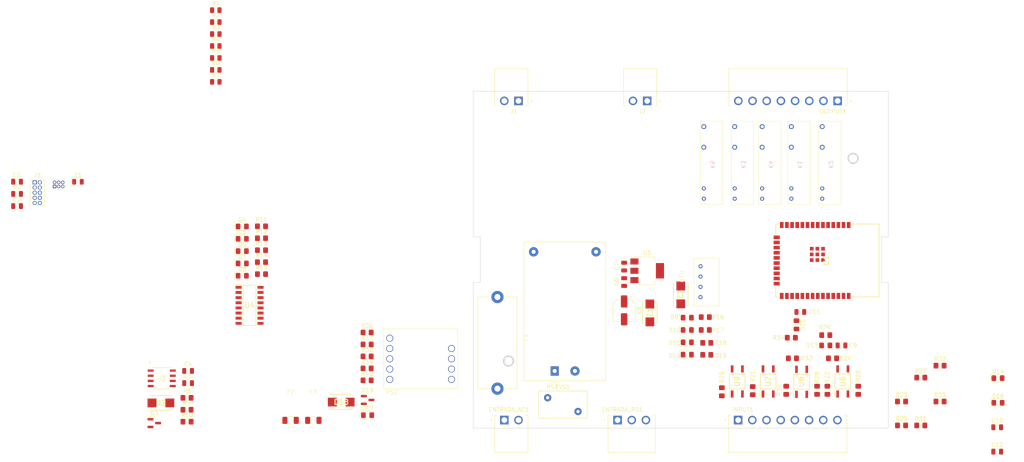
<source format=kicad_pcb>
(kicad_pcb (version 20221018) (generator pcbnew)
  (layers (0 "F.Cu" signal) (31 "B.Cu" signal) (34 "B.Paste" user) (35 "F.Paste" user) (36 "B.SilkS" user "B.Silkscreen") (37 "F.SilkS" user "F.Silkscreen") (38 "B.Mask" user) (39 "F.Mask" user) (44 "Edge.Cuts" user))
  (net 0 "")
  (net 1 "+3.3V")
  (net 2 "GND")
  (net 3 "~Reset")
  (net 4 "+12V")
  (net 5 "Earth")
  (net 6 "/Main/Control/INPUT_1_MICRO")
  (net 7 "/Main/Control/INPUT_3_MICRO")
  (net 8 "/Main/Control/INPUT_2_MICRO")
  (net 9 "/Main/Control/INPUT_4_MICRO")
  (net 10 "Net-(D1-A)")
  (net 11 "Net-(D3-A1)")
  (net 12 "Net-(D3-A2)")
  (net 13 "Net-(D4-K)")
  (net 14 "Net-(D4-A)")
  (net 15 "Net-(D5-K)")
  (net 16 "Net-(D5-A)")
  (net 17 "Net-(D6-K)")
  (net 18 "Net-(D6-A)")
  (net 19 "Net-(D7-K)")
  (net 20 "Net-(D7-A)")
  (net 21 "Net-(D8-K)")
  (net 22 "Net-(D8-A)")
  (net 23 "Net-(D9-A)")
  (net 24 "Net-(D10-A)")
  (net 25 "Net-(D11-A)")
  (net 26 "Net-(D12-A)")
  (net 27 "Net-(D13-A)")
  (net 28 "Net-(D14-A)")
  (net 29 "Net-(D15-A)")
  (net 30 "Net-(D16-A)")
  (net 31 "/Main/RGND")
  (net 32 "Net-(D17-A)")
  (net 33 "Net-(D19-A1)")
  (net 34 "Net-(D19-A2)")
  (net 35 "/Main/CON_NEUT")
  (net 36 "/Main/CON_L1")
  (net 37 "/Main/CON_B+")
  (net 38 "/Main/CON_A-")
  (net 39 "Net-(F2-Pad1)")
  (net 40 "Net-(F3-Pad1)")
  (net 41 "/Main/CON_IN4-")
  (net 42 "/Main/CON_IN4+")
  (net 43 "/Main/CON_IN3-")
  (net 44 "/Main/CON_IN3+")
  (net 45 "/Main/CON_IN2+")
  (net 46 "/Main/CON_IN2-")
  (net 47 "/Main/CON_IN1+")
  (net 48 "/Main/CON_IN1-")
  (net 49 "/Main/CON_LCDA-")
  (net 50 "/Main/CON_LCDB+")
  (net 51 "Net-(J3-VTref)")
  (net 52 "SWDIO")
  (net 53 "SWCLK")
  (net 54 "SWO")
  (net 56 "TDI")
  (net 58 "/Main/CON_OUT1A")
  (net 59 "/Main/CON_OUT1B")
  (net 60 "/Main/CON_OUT2A")
  (net 61 "/Main/CON_OUT2B")
  (net 62 "/Main/CON_FAN1")
  (net 63 "/Main/CON_FAN-C")
  (net 64 "/Main/CON_FAN2")
  (net 65 "/Main/CON_FAN3")
  (net 66 "+5V")
  (net 67 "/Main/Control/Tx_RS485_eXT")
  (net 68 "/Main/Control/Rx_RS485_eXT")
  (net 69 "/Main/Control/CON_RS485_eXT")
  (net 70 "Net-(PS2-VO)")
  (net 71 "IO33")
  (net 72 "Net-(U3-DE)")
  (net 73 "/Main/Control/COM_RS485_LCD")
  (net 74 "VDD")
  (net 75 "Net-(R22-Pad1)")
  (net 76 "Net-(R23-Pad1)")
  (net 77 "Net-(R30-Pad1)")
  (net 78 "Net-(R31-Pad1)")
  (net 81 "IO32")
  (net 82 "/Main/Control/RLY_FAN1_MICRO")
  (net 83 "/Main/Control/RLY_FAN2_MICRO")
  (net 84 "/Main/Control/RLY_FAN3_MICRO")
  (net 91 "/Main/Control/Rx_RS485_LCD")
  (net 92 "/Main/Control/Tx_RS485_LCD")
  (net 93 "Net-(U1-IO18)")
  (net 94 "Net-(U1-IO19)")
  (net 96 "Net-(U1-IO21)")
  (net 97 "/Main/Control/RLY_OUT1_MICRO")
  (net 98 "/Main/Control/RLY_OUT2_MICRO")
  (net 104 "Net-(PS1-AC{slash}N)")
  (footprint "Package_TO_SOT_SMD:SOT-23" (layer "F.Cu") (at 73.275 132.205)
    (fp_text reference "D19" (at 0 -2.4) (layer "F.SilkS"))
    (fp_text value "SM712_SOT23")
    (pad "1" smd roundrect (at -0.9375 -0.95) (size 1.475 0.6) (layers "F.Cu" "F.Paste" "F.Mask") (net 33 "Net-(D19-A1)"))
    (pad "2" smd roundrect (at -0.9375 0.95) (size 1.475 0.6) (layers "F.Cu" "F.Paste" "F.Mask") (net 34 "Net-(D19-A2)"))
    (pad "3" smd roundrect (at 0.9375 0) (size 1.475 0.6) (layers "F.Cu" "F.Paste" "F.Mask") (net 31 "/Main/RGND"))
  )
  (footprint "LibKiCad:ESP32WROOM32EN4" (layer "F.Cu") (at 186.69 97.79 -90)
    (fp_text reference "U1" (at 0 0.25 90) (layer "F.SilkS") (effects (font (size 1.27 1.27) (thickness 0.254))))
    (fp_text value "ESP32-WROOM-32" hide)
    (pad "1" smd rect (at -8.75 -5.26) (size 0.9 1.5) (layers "F.Cu" "F.Paste" "F.Mask") (net 2 "GND"))
    (pad "2" smd rect (at -8.75 -3.99) (size 0.9 1.5) (layers "F.Cu" "F.Paste" "F.Mask") (net 1 "+3.3V"))
    (pad "3" smd rect (at -8.75 -2.72) (size 0.9 1.5) (layers "F.Cu" "F.Paste" "F.Mask") (net 3 "~Reset"))
    (pad "4" smd rect (at -8.75 -1.45) (size 0.9 1.5) (layers "F.Cu" "F.Paste" "F.Mask"))
    (pad "5" smd rect (at -8.75 -0.18) (size 0.9 1.5) (layers "F.Cu" "F.Paste" "F.Mask"))
    (pad "6" smd rect (at -8.75 1.09) (size 0.9 1.5) (layers "F.Cu" "F.Paste" "F.Mask") (net 73 "/Main/Control/COM_RS485_LCD"))
    (pad "7" smd rect (at -8.75 2.36) (size 0.9 1.5) (layers "F.Cu" "F.Paste" "F.Mask") (net 69 "/Main/Control/CON_RS485_eXT"))
    (pad "8" smd rect (at -8.75 3.63) (size 0.9 1.5) (layers "F.Cu" "F.Paste" "F.Mask") (net 81 "IO32"))
    (pad "9" smd rect (at -8.75 4.9) (size 0.9 1.5) (layers "F.Cu" "F.Paste" "F.Mask") (net 71 "IO33"))
    (pad "10" smd rect (at -8.75 6.17) (size 0.9 1.5) (layers "F.Cu" "F.Paste" "F.Mask") (net 82 "/Main/Control/RLY_FAN1_MICRO"))
    (pad "11" smd rect (at -8.75 7.44) (size 0.9 1.5) (layers "F.Cu" "F.Paste" "F.Mask") (net 83 "/Main/Control/RLY_FAN2_MICRO"))
    (pad "12" smd rect (at -8.75 8.71) (size 0.9 1.5) (layers "F.Cu" "F.Paste" "F.Mask") (net 84 "/Main/Control/RLY_FAN3_MICRO"))
    (pad "13" smd rect (at -8.75 9.98) (size 0.9 1.5) (layers "F.Cu" "F.Paste" "F.Mask") (net 52 "SWDIO"))
    (pad "14" smd rect (at -8.75 11.25) (size 0.9 1.5) (layers "F.Cu" "F.Paste" "F.Mask") (net 56 "TDI"))
    (pad "15" smd rect (at -5.715 12.5 270) (size 0.9 1.5) (layers "F.Cu" "F.Paste" "F.Mask") (net 2 "GND"))
    (pad "16" smd rect (at -4.445 12.5 270) (size 0.9 1.5) (layers "F.Cu" "F.Paste" "F.Mask") (net 53 "SWCLK"))
    (pad "17" smd rect (at -3.175 12.5 270) (size 0.9 1.5) (layers "F.Cu" "F.Paste" "F.Mask"))
    (pad "18" smd rect (at -1.905 12.5 270) (size 0.9 1.5) (layers "F.Cu" "F.Paste" "F.Mask"))
    (pad "19" smd rect (at -0.635 12.5 270) (size 0.9 1.5) (layers "F.Cu" "F.Paste" "F.Mask"))
    (pad "20" smd rect (at 0.635 12.5 270) (size 0.9 1.5) (layers "F.Cu" "F.Paste" "F.Mask"))
    (pad "21" smd rect (at 1.905 12.5 270) (size 0.9 1.5) (layers "F.Cu" "F.Paste" "F.Mask"))
    (pad "22" smd rect (at 3.175 12.5 270) (size 0.9 1.5) (layers "F.Cu" "F.Paste" "F.Mask"))
    (pad "23" smd rect (at 4.445 12.5 270) (size 0.9 1.5) (layers "F.Cu" "F.Paste" "F.Mask") (net 54 "SWO"))
    (pad "24" smd rect (at 5.715 12.5 270) (size 0.9 1.5) (layers "F.Cu" "F.Paste" "F.Mask") (net 9 "/Main/Control/INPUT_4_MICRO"))
    (pad "25" smd rect (at 8.75 11.25) (size 0.9 1.5) (layers "F.Cu" "F.Paste" "F.Mask") (net 6 "/Main/Control/INPUT_1_MICRO"))
    (pad "26" smd rect (at 8.75 9.98) (size 0.9 1.5) (layers "F.Cu" "F.Paste" "F.Mask") (net 7 "/Main/Control/INPUT_3_MICRO"))
    (pad "27" smd rect (at 8.75 8.71) (size 0.9 1.5) (layers "F.Cu" "F.Paste" "F.Mask") (net 91 "/Main/Control/Rx_RS485_LCD"))
    (pad "28" smd rect (at 8.75 7.44) (size 0.9 1.5) (layers "F.Cu" "F.Paste" "F.Mask") (net 92 "/Main/Control/Tx_RS485_LCD"))
    (pad "29" smd rect (at 8.75 6.17) (size 0.9 1.5) (layers "F.Cu" "F.Paste" "F.Mask") (net 8 "/Main/Control/INPUT_2_MICRO"))
    (pad "30" smd rect (at 8.75 4.9) (size 0.9 1.5) (layers "F.Cu" "F.Paste" "F.Mask") (net 93 "Net-(U1-IO18)"))
    (pad "31" smd rect (at 8.75 3.63) (size 0.9 1.5) (layers "F.Cu" "F.Paste" "F.Mask") (net 94 "Net-(U1-IO19)"))
    (pad "32" smd rect (at 8.75 2.36) (size 0.9 1.5) (layers "F.Cu" "F.Paste" "F.Mask"))
    (pad "33" smd rect (at 8.75 1.09) (size 0.9 1.5) (layers "F.Cu" "F.Paste" "F.Mask") (net 96 "Net-(U1-IO21)"))
    (pad "34" smd rect (at 8.75 -0.18) (size 0.9 1.5) (layers "F.Cu" "F.Paste" "F.Mask") (net 68 "/Main/Control/Rx_RS485_eXT"))
    (pad "35" smd rect (at 8.75 -1.45) (size 0.9 1.5) (layers "F.Cu" "F.Paste" "F.Mask") (net 67 "/Main/Control/Tx_RS485_eXT"))
    (pad "36" smd rect (at 8.75 -2.72) (size 0.9 1.5) (layers "F.Cu" "F.Paste" "F.Mask") (net 97 "/Main/Control/RLY_OUT1_MICRO"))
    (pad "37" smd rect (at 8.75 -3.99) (size 0.9 1.5) (layers "F.Cu" "F.Paste" "F.Mask") (net 98 "/Main/Control/RLY_OUT2_MICRO"))
    (pad "38" smd rect (at 8.75 -5.26) (size 0.9 1.5) (layers "F.Cu" "F.Paste" "F.Mask") (net 2 "GND"))
    (pad "39" smd rect (at -2.9 1.06) (size 0.9 0.9) (layers "F.Cu" "F.Paste" "F.Mask") (net 2 "GND"))
    (pad "39" smd rect (at -2.9 2.46) (size 0.9 0.9) (layers "F.Cu" "F.Paste" "F.Mask") (net 2 "GND"))
    (pad "39" smd rect (at -2.9 3.86) (size 0.9 0.9) (layers "F.Cu" "F.Paste" "F.Mask") (net 2 "GND"))
    (pad "39" smd rect (at -1.5 1.06) (size 0.9 0.9) (layers "F.Cu" "F.Paste" "F.Mask") (net 2 "GND"))
    (pad "39" smd rect (at -1.5 2.46) (size 0.9 0.9) (layers "F.Cu" "F.Paste" "F.Mask") (net 2 "GND"))
    (pad "39" smd rect (at -1.5 3.86) (size 0.9 0.9) (layers "F.Cu" "F.Paste" "F.Mask") (net 2 "GND"))
    (pad "39" smd rect (at -0.1 1.06) (size 0.9 0.9) (layers "F.Cu" "F.Paste" "F.Mask") (net 2 "GND"))
    (pad "39" smd rect (at -0.1 2.46) (size 0.9 0.9) (layers "F.Cu" "F.Paste" "F.Mask") (net 2 "GND"))
    (pad "39" smd rect (at -0.1 3.86) (size 0.9 0.9) (layers "F.Cu" "F.Paste" "F.Mask") (net 2 "GND"))
  )
  (footprint "Resistor_SMD:R_0805_2012Metric" (layer "F.Cu") (at 35.815 53.725)
    (fp_text reference "R7" (at 0 -1.65) (layer "F.SilkS"))
    (fp_text value "1K")
    (pad "1" smd roundrect (at -0.9125 0) (size 1.025 1.4) (layers "F.Cu" "F.Paste" "F.Mask") (roundrect_rratio 0.243902) (net 1 "+3.3V"))
    (pad "2" smd roundrect (at 0.9125 0) (size 1.025 1.4) (layers "F.Cu" "F.Paste" "F.Mask") (roundrect_rratio 0.243902) (net 56 "TDI"))
  )
  (footprint "LibKiCad:DIONM5436X261N" (layer "F.Cu") (at 22.265 132.935)
    (fp_text reference "D2" (at 0 0) (layer "F.SilkS") (effects (font (size 1.27 1.27) (thickness 0.254))))
    (fp_text value "SMBJ12CA" hide)
    (pad "1" smd rect (at -2.2 0 90) (size 2.15 2.2) (layers "F.Cu" "F.Paste" "F.Mask") (net 11 "Net-(D3-A1)"))
    (pad "2" smd rect (at 2.2 0 90) (size 2.15 2.2) (layers "F.Cu" "F.Paste" "F.Mask") (net 12 "Net-(D3-A2)"))
  )
  (footprint "Resistor_SMD:R_0805_2012Metric_Pad1.20x1.40mm_HandSolder" (layer "F.Cu") (at 156.575 114.935)
    (fp_text reference "R17" (at 3.175 0) (layer "F.SilkS"))
    (fp_text value "470")
    (pad "1" smd roundrect (at -1 0) (size 1.2 1.4) (layers "F.Cu" "F.Paste" "F.Mask") (roundrect_rratio 0.208333) (net 24 "Net-(D10-A)"))
    (pad "2" smd roundrect (at 1 0) (size 1.2 1.4) (layers "F.Cu" "F.Paste" "F.Mask") (roundrect_rratio 0.208333) (net 74 "VDD"))
  )
  (footprint "Resistor_SMD:R_0805_2012Metric_Pad1.20x1.40mm_HandSolder" (layer "F.Cu") (at 28.715 134.615)
    (fp_text reference "R9" (at 0 -1.65) (layer "F.SilkS"))
    (fp_text value "10")
    (pad "1" smd roundrect (at -1 0) (size 1.2 1.4) (layers "F.Cu" "F.Paste" "F.Mask") (roundrect_rratio 0.208333) (net 50 "/Main/CON_LCDB+"))
    (pad "2" smd roundrect (at 1 0) (size 1.2 1.4) (layers "F.Cu" "F.Paste" "F.Mask") (roundrect_rratio 0.208333) (net 11 "Net-(D3-A1)"))
  )
  (footprint "LibKiCad:DIONM5436X261N" (layer "F.Cu") (at 150.52 106.285 90)
    (fp_text reference "Z2" (at 0 0 90) (layer "F.SilkS") (effects (font (size 1.27 1.27) (thickness 0.254))))
    (fp_text value "1SMA5919BT3G" hide)
    (pad "1" smd rect (at -2.2 0 180) (size 2.15 2.2) (layers "F.Cu" "F.Paste" "F.Mask") (net 1 "+3.3V"))
    (pad "2" smd rect (at 2.2 0 180) (size 2.15 2.2) (layers "F.Cu" "F.Paste" "F.Mask") (net 5 "Earth"))
  )
  (footprint "Resistor_SMD:R_0805_2012Metric_Pad1.20x1.40mm_HandSolder" (layer "F.Cu") (at 214.49 132.585)
    (fp_text reference "R35" (at 0 -1.65) (layer "F.SilkS"))
    (fp_text value "1K")
    (pad "1" smd roundrect (at -1 0) (size 1.2 1.4) (layers "F.Cu" "F.Paste" "F.Mask") (roundrect_rratio 0.208333) (net 30 "Net-(D16-A)"))
    (pad "2" smd roundrect (at 1 0) (size 1.2 1.4) (layers "F.Cu" "F.Paste" "F.Mask") (roundrect_rratio 0.208333) (net 74 "VDD"))
  )
  (footprint "LED_SMD:LED_0805_2012Metric_Pad1.15x1.40mm_HandSolder" (layer "F.Cu") (at 42.34 98.52)
    (fp_text reference "D7" (at 0 -1.65) (layer "F.SilkS"))
    (fp_text value "LED_Small_Filled")
    (pad "1" smd roundrect (at -1.025 0) (size 1.15 1.4) (layers "F.Cu" "F.Paste" "F.Mask") (roundrect_rratio 0.217391) (net 19 "Net-(D7-K)"))
    (pad "2" smd roundrect (at 1.025 0) (size 1.15 1.4) (layers "F.Cu" "F.Paste" "F.Mask") (roundrect_rratio 0.217391) (net 20 "Net-(D7-A)"))
  )
  (footprint "Resistor_SMD:R_0805_2012Metric_Pad1.20x1.40mm_HandSolder" (layer "F.Cu") (at 28.715 137.565)
    (fp_text reference "R10" (at 0 -1.65) (layer "F.SilkS"))
    (fp_text value "10")
    (pad "1" smd roundrect (at -1 0) (size 1.2 1.4) (layers "F.Cu" "F.Paste" "F.Mask") (roundrect_rratio 0.208333) (net 49 "/Main/CON_LCDA-"))
    (pad "2" smd roundrect (at 1 0) (size 1.2 1.4) (layers "F.Cu" "F.Paste" "F.Mask") (roundrect_rratio 0.208333) (net 12 "Net-(D3-A2)"))
  )
  (footprint "LED_SMD:LED_0805_2012Metric_Pad1.15x1.40mm_HandSolder" (layer "F.Cu") (at 42.34 95.48)
    (fp_text reference "D6" (at 0 -1.65) (layer "F.SilkS"))
    (fp_text value "LED_Small_Filled")
    (pad "1" smd roundrect (at -1.025 0) (size 1.15 1.4) (layers "F.Cu" "F.Paste" "F.Mask") (roundrect_rratio 0.217391) (net 17 "Net-(D6-K)"))
    (pad "2" smd roundrect (at 1.025 0) (size 1.15 1.4) (layers "F.Cu" "F.Paste" "F.Mask") (roundrect_rratio 0.217391) (net 18 "Net-(D6-A)"))
  )
  (footprint "LED_SMD:LED_0805_2012Metric_Pad1.15x1.40mm_HandSolder" (layer "F.Cu") (at 42.34 92.44)
    (fp_text reference "D5" (at 0 -1.65) (layer "F.SilkS"))
    (fp_text value "LED_Small_Filled")
    (pad "1" smd roundrect (at -1.025 0) (size 1.15 1.4) (layers "F.Cu" "F.Paste" "F.Mask") (roundrect_rratio 0.217391) (net 15 "Net-(D5-K)"))
    (pad "2" smd roundrect (at 1.025 0) (size 1.15 1.4) (layers "F.Cu" "F.Paste" "F.Mask") (roundrect_rratio 0.217391) (net 16 "Net-(D5-A)"))
  )
  (footprint "LED_SMD:LED_0805_2012Metric" (layer "F.Cu") (at 1.805 78.37)
    (fp_text reference "D1" (at 0 -1.65) (layer "F.SilkS"))
    (fp_text value "LED")
    (pad "1" smd roundrect (at -0.9375 0) (size 0.975 1.4) (layers "F.Cu" "F.Paste" "F.Mask") (net 2 "GND"))
    (pad "2" smd roundrect (at 0.9375 0) (size 0.975 1.4) (layers "F.Cu" "F.Paste" "F.Mask") (net 10 "Net-(D1-A)"))
  )
  (footprint "LibKiCad:PTS120660V010" (layer "F.Cu") (at 59.875 130.73)
    (fp_text reference "F3" (at 0 -0.5 unlocked) (layer "F.SilkS") (effects (font (thickness 0.1))))
    (fp_text value "Fuse_Small")
    (pad "1" smd roundrect (at -1.4 6.5) (size 1.25 1.75) (layers "F.Cu" "F.Paste" "F.Mask") (roundrect_rratio 0.2) (net 40 "Net-(F3-Pad1)"))
    (pad "2" smd roundrect (at 1.4 6.5) (size 1.25 1.75) (layers "F.Cu" "F.Paste" "F.Mask") (roundrect_rratio 0.2) (net 38 "/Main/CON_A-"))
  )
  (footprint "LibKiCad:DIONM5436X261N" (layer "F.Cu") (at 142.9 110.73 -90)
    (fp_text reference "Z1" (at 0 0 90) (layer "F.SilkS") (effects (font (size 1.27 1.27) (thickness 0.254))))
    (fp_text value "1SMA5919BT3G" hide)
    (pad "1" smd rect (at -2.2 0) (size 2.15 2.2) (layers "F.Cu" "F.Paste" "F.Mask") (net 74 "VDD"))
    (pad "2" smd rect (at 2.2 0) (size 2.15 2.2) (layers "F.Cu" "F.Paste" "F.Mask") (net 5 "Earth"))
  )
  (footprint "Resistor_SMD:R_0805_2012Metric_Pad1.20x1.40mm_HandSolder" (layer "F.Cu") (at 156.575 111.76)
    (fp_text reference "R16" (at 3.175 0) (layer "F.SilkS"))
    (fp_text value "2.2K")
    (pad "1" smd roundrect (at -1 0) (size 1.2 1.4) (layers "F.Cu" "F.Paste" "F.Mask") (roundrect_rratio 0.208333) (net 23 "Net-(D9-A)"))
    (pad "2" smd roundrect (at 1 0) (size 1.2 1.4) (layers "F.Cu" "F.Paste" "F.Mask") (roundrect_rratio 0.208333) (net 4 "+12V"))
  )
  (footprint "Resistor_SMD:R_0805_2012Metric_Pad1.20x1.40mm_HandSolder" (layer "F.Cu") (at 186.295 116.205002)
    (fp_text reference "R26" (at -0.24 -1.905002) (layer "F.SilkS"))
    (fp_text value "1K")
    (pad "1" smd roundrect (at -1 0) (size 1.2 1.4) (layers "F.Cu" "F.Paste" "F.Mask") (roundrect_rratio 0.208333) (net 27 "Net-(D13-A)"))
    (pad "2" smd roundrect (at 1 0) (size 1.2 1.4) (layers "F.Cu" "F.Paste" "F.Mask") (roundrect_rratio 0.208333) (net 74 "VDD"))
  )
  (footprint "Resistor_SMD:R_0805_2012Metric_Pad1.20x1.40mm_HandSolder" (layer "F.Cu") (at 187.96 121.92 180)
    (fp_text reference "R24" (at -3.175 0) (layer "F.SilkS"))
    (fp_text value "1K")
    (pad "1" smd roundrect (at -1 0 180) (size 1.2 1.4) (layers "F.Cu" "F.Paste" "F.Mask") (roundrect_rratio 0.208333) (net 6 "/Main/Control/INPUT_1_MICRO"))
    (pad "2" smd roundrect (at 1 0 180) (size 1.2 1.4) (layers "F.Cu" "F.Paste" "F.Mask") (roundrect_rratio 0.208333) (net 74 "VDD"))
  )
  (footprint "LibKiCad:PinHeader2x3" (layer "F.Cu") (at -2.425 83.215)
    (fp_text reference "U2" hide)
    (fp_text value "~" hide)
    (pad "1" thru_hole rect (at -1.54 -3.69 90) (size 0.85 0.85) (drill 0.5) (layers "*.Cu" "*.Mask") (net 1 "+3.3V"))
    (pad "2" thru_hole oval (at -1.54 -4.69 90) (size 0.85 0.85) (drill 0.5) (layers "*.Cu" "*.Mask") (net 93 "Net-(U1-IO18)"))
    (pad "3" thru_hole oval (at -0.54 -3.69 90) (size 0.85 0.85) (drill 0.5) (layers "*.Cu" "*.Mask") (net 81 "IO32"))
    (pad "4" thru_hole oval (at -0.54 -4.69 90) (size 0.85 0.85) (drill 0.5) (layers "*.Cu" "*.Mask") (net 94 "Net-(U1-IO19)"))
    (pad "5" thru_hole oval (at 0.46 -3.69 90) (size 0.85 0.85) (drill 0.5) (layers "*.Cu" "*.Mask") (net 2 "GND"))
    (pad "6" thru_hole oval (at 0.46 -4.69 90) (size 0.85 0.85) (drill 0.5) (layers "*.Cu" "*.Mask") (net 96 "Net-(U1-IO21)"))
  )
  (footprint "Resistor_SMD:R_0805_2012Metric_Pad1.20x1.40mm_HandSolder" (layer "F.Cu") (at 73.145 127.355)
    (fp_text reference "R40" (at 0 -1.65) (layer "F.SilkS"))
    (fp_text value "10")
    (pad "1" smd roundrect (at -1 0) (size 1.2 1.4) (layers "F.Cu" "F.Paste" "F.Mask") (roundrect_rratio 0.208333) (net 40 "Net-(F3-Pad1)"))
    (pad "2" smd roundrect (at 1 0) (size 1.2 1.4) (layers "F.Cu" "F.Paste" "F.Mask") (roundrect_rratio 0.208333) (net 34 "Net-(D19-A2)"))
  )
  (footprint "Resistor_SMD:R_0805_2012Metric_Pad1.20x1.40mm_HandSolder" (layer "F.Cu") (at 47.085 89.355)
    (fp_text reference "R11" (at 0 -1.65) (layer "F.SilkS"))
    (fp_text value "1K")
    (pad "1" smd roundrect (at -1 0) (size 1.2 1.4) (layers "F.Cu" "F.Paste" "F.Mask") (roundrect_rratio 0.208333) (net 14 "Net-(D4-A)"))
    (pad "2" smd roundrect (at 1 0) (size 1.2 1.4) (layers "F.Cu" "F.Paste" "F.Mask") (roundrect_rratio 0.208333) (net 4 "+12V"))
  )
  (footprint "LibKiCad:AZ921" (layer "F.Cu") (at 172.72 74.12 90)
    (fp_text reference "K4" (at 0 0 270 unlocked) (layer "B.SilkS") (effects (font (thickness 0.1)) (justify mirror)))
    (fp_text value "AZ921")
    (pad "1" thru_hole circle (at -8.43 -2.120001 270) (size 1 1) (drill 0.53) (layers "*.Cu" "*.Mask") (net 4 "+12V"))
    (pad "2" thru_hole circle (at -5.89 -2.120001 270) (size 1 1) (drill 0.53) (layers "*.Cu" "*.Mask") (net 19 "Net-(D7-K)"))
    (pad "3" thru_hole circle (at 4.27 -2.120001 270) (size 1.2 1.2) (drill 0.73) (layers "*.Cu" "*.Mask") (net 64 "/Main/CON_FAN2"))
    (pad "4" thru_hole circle (at 9.35 -2.12 270) (size 1.2 1.2) (drill 0.73) (layers "*.Cu" "*.Mask") (net 63 "/Main/CON_FAN-C"))
  )
  (footprint "LibKiCad:PTS120660V010" (layer "F.Cu") (at 54.265 130.73)
    (fp_text reference "F2" (at 0 -0.5 unlocked) (layer "F.SilkS") (effects (font (thickness 0.1))))
    (fp_text value "Fuse_Small")
    (pad "1" smd roundrect (at -1.4 6.5) (size 1.25 1.75) (layers "F.Cu" "F.Paste" "F.Mask") (roundrect_rratio 0.2) (net 39 "Net-(F2-Pad1)"))
    (pad "2" smd roundrect (at 1.4 6.5) (size 1.25 1.75) (layers "F.Cu" "F.Paste" "F.Mask") (roundrect_rratio 0.2) (net 37 "/Main/CON_B+"))
  )
  (footprint "Resistor_SMD:R_0805_2012Metric_Pad1.20x1.40mm_HandSolder" (layer "F.Cu") (at 47.085 101.155)
    (fp_text reference "R15" (at 0 -1.65) (layer "F.SilkS"))
    (fp_text value "1K")
    (pad "1" smd roundrect (at -1 0) (size 1.2 1.4) (layers "F.Cu" "F.Paste" "F.Mask") (roundrect_rratio 0.208333) (net 22 "Net-(D8-A)"))
    (pad "2" smd roundrect (at 1 0) (size 1.2 1.4) (layers "F.Cu" "F.Paste" "F.Mask") (roundrect_rratio 0.208333) (net 4 "+12V"))
  )
  (footprint "Resistor_SMD:R_0805_2012Metric_Pad1.20x1.40mm_HandSolder" (layer "F.Cu") (at 156.94 121.06)
    (fp_text reference "R19" (at 3.445 0.225) (layer "F.SilkS"))
    (fp_text value "470")
    (pad "1" smd roundrect (at -1 0) (size 1.2 1.4) (layers "F.Cu" "F.Paste" "F.Mask") (roundrect_rratio 0.208333) (net 26 "Net-(D12-A)"))
    (pad "2" smd roundrect (at 1 0) (size 1.2 1.4) (layers "F.Cu" "F.Paste" "F.Mask") (roundrect_rratio 0.208333) (net 1 "+3.3V"))
  )
  (footprint "Capacitor_SMD:C_0805_2012Metric" (layer "F.Cu") (at 136.55 103.11 -90)
    (fp_text reference "C6" (at 0 1.905 90) (layer "F.SilkS"))
    (fp_text value "0.1uF/25V")
    (pad "1" smd roundrect (at -0.95 0 270) (size 1 1.45) (layers "F.Cu" "F.Paste" "F.Mask") (net 4 "+12V"))
    (pad "2" smd roundrect (at 0.95 0 270) (size 1 1.45) (layers "F.Cu" "F.Paste" "F.Mask") (net 5 "Earth"))
  )
  (footprint "Resistor_SMD:R_0805_2012Metric" (layer "F.Cu") (at 35.815 38.975)
    (fp_text reference "R2" (at 0 -1.65) (layer "F.SilkS"))
    (fp_text value "22K")
    (pad "1" smd roundrect (at -0.9125 0) (size 1.025 1.4) (layers "F.Cu" "F.Paste" "F.Mask") (roundrect_rratio 0.243902) (net 1 "+3.3V"))
    (pad "2" smd roundrect (at 0.9125 0) (size 1.025 1.4) (layers "F.Cu" "F.Paste" "F.Mask") (roundrect_rratio 0.243902) (net 3 "~Reset"))
  )
  (footprint "Capacitor_SMD:C_0805_2012Metric" (layer "F.Cu") (at 228.59 144.955)
    (fp_text reference "C12" (at 0 -1.68) (layer "F.SilkS"))
    (fp_text value "0.1uF")
    (pad "1" smd roundrect (at -0.95 0) (size 1 1.45) (layers "F.Cu" "F.Paste" "F.Mask") (net 9 "/Main/Control/INPUT_4_MICRO"))
    (pad "2" smd roundrect (at 0.95 0) (size 1 1.45) (layers "F.Cu" "F.Paste" "F.Mask") (net 2 "GND"))
  )
  (footprint "Resistor_SMD:R_0805_2012Metric_Pad1.20x1.40mm_HandSolder" (layer "F.Cu") (at 184.15 129.81 -90)
    (fp_text reference "R28" (at -3.175 0 90) (layer "F.SilkS"))
    (fp_text value "10")
    (pad "1" smd roundrect (at -1 0 270) (size 1.2 1.4) (layers "F.Cu" "F.Paste" "F.Mask") (roundrect_rratio 0.208333) (net 2 "GND"))
    (pad "2" smd roundrect (at 1 0 270) (size 1.2 1.4) (layers "F.Cu" "F.Paste" "F.Mask") (roundrect_rratio 0.208333) (net 46 "/Main/CON_IN2-"))
  )
  (footprint "Resistor_SMD:R_0805_2012Metric_Pad1.20x1.40mm_HandSolder" (layer "F.Cu") (at 73.145 124.405)
    (fp_text reference "R39" (at 0 -1.65) (layer "F.SilkS"))
    (fp_text value "10")
    (pad "1" smd roundrect (at -1 0) (size 1.2 1.4) (layers "F.Cu" "F.Paste" "F.Mask") (roundrect_rratio 0.208333) (net 39 "Net-(F2-Pad1)"))
    (pad "2" smd roundrect (at 1 0) (size 1.2 1.4) (layers "F.Cu" "F.Paste" "F.Mask") (roundrect_rratio 0.208333) (net 33 "Net-(D19-A1)"))
  )
  (footprint "LibKiCad:SP485ECN-LTR" (layer "F.Cu") (at 22.4746 126.8621)
    (fp_text reference "U3" (at 0 0 unlocked) (layer "F.SilkS"))
    (fp_text value "SP485ECN-L/TR")
    (fp_text user "*" (at -2.97815 -3.6068) (layer "F.SilkS"))
    (fp_text user "*" (at -2.97815 -3.6068 unlocked) (layer "F.SilkS"))
    (pad "1" smd rect (at -2.72415 -1.905) (size 1.4605 0.5588) (layers "F.Cu" "F.Paste" "F.Mask") (net 92 "/Main/Control/Tx_RS485_LCD"))
    (pad "2" smd rect (at -2.72415 -0.635) (size 1.4605 0.5588) (layers "F.Cu" "F.Paste" "F.Mask") (net 72 "Net-(U3-DE)"))
    (pad "3" smd rect (at -2.72415 0.635) (size 1.4605 0.5588) (layers "F.Cu" "F.Paste" "F.Mask") (net 72 "Net-(U3-DE)"))
    (pad "4" smd rect (at -2.72415 1.905) (size 1.4605 0.5588) (layers "F.Cu" "F.Paste" "F.Mask") (net 91 "/Main/Control/Rx_RS485_LCD"))
    (pad "5" smd rect (at 2.72415 1.905) (size 1.4605 0.5588) (layers "F.Cu" "F.Paste" "F.Mask") (net 2 "GND"))
    (pad "6" smd rect (at 2.72415 0.635) (size 1.4605 0.5588) (layers "F.Cu" "F.Paste" "F.Mask") (net 12 "Net-(D3-A2)"))
    (pad "7" smd rect (at 2.72415 -0.635) (size 1.4605 0.5588) (layers "F.Cu" "F.Paste" "F.Mask") (net 11 "Net-(D3-A1)"))
    (pad "8" smd rect (at 2.72415 -1.905) (size 1.4605 0.5588) (layers "F.Cu" "F.Paste" "F.Mask") (net 4 "+12V"))
  )
  (footprint "Package_TO_SOT_SMD:SOT-223-3_TabPin2" (layer "F.Cu") (at 142.24 100.33)
    (fp_text reference "U5" (at 0 -4.5) (layer "F.SilkS"))
    (fp_text value "LM1117MP-3.3")
    (pad "1" smd rect (at -3.15 -2.3) (size 2 1.5) (layers "F.Cu" "F.Paste" "F.Mask") (net 5 "Earth"))
    (pad "2" smd rect (at -3.15 0) (size 2 1.5) (layers "F.Cu" "F.Paste" "F.Mask") (net 74 "VDD"))
    (pad "2" smd rect (at 3.15 0) (size 2 3.8) (layers "F.Cu" "F.Paste" "F.Mask") (net 74 "VDD"))
    (pad "3" smd rect (at -3.15 2.3) (size 2 1.5) (layers "F.Cu" "F.Paste" "F.Mask") (net 4 "+12V"))
  )
  (footprint "LibKiCad:FODM2705-4N" (layer "F.Cu") (at 172.085 127.635 90)
    (fp_text reference "U7" (at 0 0 90) (layer "F.SilkS") (effects (font (size 1.27 1.27) (thickness 0.254))))
    (fp_text value "FODM2705" hide)
    (pad "1" smd rect (at -3.088 -1.27 180) (size 0.65 1.775) (layers "F.Cu" "F.Paste" "F.Mask") (net 76 "Net-(R23-Pad1)"))
    (pad "2" smd rect (at -3.088 1.27 180) (size 0.65 1.775) (layers "F.Cu" "F.Paste" "F.Mask") (net 44 "/Main/CON_IN3+"))
    (pad "3" smd rect (at 3.088 1.27 180) (size 0.65 1.775) (layers "F.Cu" "F.Paste" "F.Mask") (net 2 "GND"))
    (pad "4" smd rect (at 3.088 -1.27 180) (size 0.65 1.775) (layers "F.Cu" "F.Paste" "F.Mask") (net 7 "/Main/Control/INPUT_3_MICRO"))
  )
  (footprint "Resistor_SMD:R_0805_2012Metric_Pad1.20x1.40mm_HandSolder" (layer "F.Cu") (at 186.69 129.81 90)
    (fp_text reference "R22" (at 3.175 0 90) (layer "F.SilkS"))
    (fp_text value "330")
    (pad "1" smd roundrect (at -1 0 90) (size 1.2 1.4) (layers "F.Cu" "F.Paste" "F.Mask") (roundrect_rratio 0.208333) (net 75 "Net-(R22-Pad1)"))
    (pad "2" smd roundrect (at 1 0 90) (size 1.2 1.4) (layers "F.Cu" "F.Paste" "F.Mask") (roundrect_rratio 0.208333) (net 1 "+3.3V"))
  )
  (footprint "Resistor_SMD:R_0805_2012Metric_Pad1.20x1.40mm_HandSolder" (layer "F.Cu") (at 168.275 129.905 -90)
    (fp_text reference "R21" (at -3.54 0 90) (layer "F.SilkS"))
    (fp_text value "10")
    (pad "1" smd roundrect (at -1 0 270) (size 1.2 1.4) (layers "F.Cu" "F.Paste" "F.Mask") (roundrect_rratio 0.208333) (net 2 "GND"))
    (pad "2" smd roundrect (at 1 0 270) (size 1.2 1.4) (layers "F.Cu" "F.Paste" "F.Mask") (roundrect_rratio 0.208333) (net 43 "/Main/CON_IN3-"))
  )
  (footprint "LED_SMD:LED_0805_2012Metric_Pad1.15x1.40mm_HandSolder" (layer "F.Cu") (at 186.295 118.745 180)
    (fp_text reference "D13" (at 3.415 0) (layer "F.SilkS"))
    (fp_text value "LED_Small_Filled")
    (pad "1" smd roundrect (at -1.025 0 180) (size 1.15 1.4) (layers "F.Cu" "F.Paste" "F.Mask") (roundrect_rratio 0.217391) (net 6 "/Main/Control/INPUT_1_MICRO"))
    (pad "2" smd roundrect (at 1.025 0 180) (size 1.15 1.4) (layers "F.Cu" "F.Paste" "F.Mask") (roundrect_rratio 0.217391) (net 27 "Net-(D13-A)"))
  )
  (footprint "Resistor_SMD:R_0805_2012Metric" (layer "F.Cu") (at 35.815 47.825)
    (fp_text reference "R5" (at 0 -1.65) (layer "F.SilkS"))
    (fp_text value "1K")
    (pad "1" smd roundrect (at -0.9125 0) (size 1.025 1.4) (layers "F.Cu" "F.Paste" "F.Mask") (roundrect_rratio 0.243902) (net 1 "+3.3V"))
    (pad "2" smd roundrect (at 0.9125 0) (size 1.025 1.4) (layers "F.Cu" "F.Paste" "F.Mask") (roundrect_rratio 0.243902) (net 53 "SWCLK"))
  )
  (footprint "Resistor_SMD:R_0805_2012Metric_Pad1.20x1.40mm_HandSolder" (layer "F.Cu") (at 73.145 115.555)
    (fp_text reference "R36" (at 0 -1.65) (layer "F.SilkS"))
    (fp_text value "2.2K")
    (pad "1" smd roundrect (at -1 0) (size 1.2 1.4) (layers "F.Cu" "F.Paste" "F.Mask") (roundrect_rratio 0.208333) (net 34 "Net-(D19-A2)"))
    (pad "2" smd roundrect (at 1 0) (size 1.2 1.4) (layers "F.Cu" "F.Paste" "F.Mask") (roundrect_rratio 0.208333) (net 70 "Net-(PS2-VO)"))
  )
  (footprint "LED_SMD:LED_0805_2012Metric_Pad1.15x1.40mm_HandSolder" (layer "F.Cu") (at 73.25 135.95)
    (fp_text reference "D17" (at 0 -1.65) (layer "F.SilkS"))
    (fp_text value "LED_Small_Filled")
    (pad "1" smd roundrect (at -1.025 0) (size 1.15 1.4) (layers "F.Cu" "F.Paste" "F.Mask") (roundrect_rratio 0.217391) (net 31 "/Main/RGND"))
    (pad "2" smd roundrect (at 1.025 0) (size 1.15 1.4) (layers "F.Cu" "F.Paste" "F.Mask") (roundrect_rratio 0.217391) (net 32 "Net-(D17-A)"))
  )
  (footprint "Resistor_SMD:R_0805_2012Metric_Pad1.20x1.40mm_HandSolder" (layer "F.Cu") (at 160.655 130.175 -90)
    (fp_text reference "R29" (at -3.54 0 90) (layer "F.SilkS"))
    (fp_text value "10")
    (pad "1" smd roundrect (at -1 0 270) (size 1.2 1.4) (layers "F.Cu" "F.Paste" "F.Mask") (roundrect_rratio 0.208333) (net 2 "GND"))
    (pad "2" smd roundrect (at 1 0 270) (size 1.2 1.4) (layers "F.Cu" "F.Paste" "F.Mask") (roundrect_rratio 0.208333) (net 41 "/Main/CON_IN4-"))
  )
  (footprint "Resistor_SMD:R_0805_2012Metric" (layer "F.Cu") (at 35.815 41.925)
    (fp_text reference "R3" (at 0 -1.65) (layer "F.SilkS"))
    (fp_text value "1K")
    (pad "1" smd roundrect (at -0.9125 0) (size 1.025 1.4) (layers "F.Cu" "F.Paste" "F.Mask") (roundrect_rratio 0.243902) (net 1 "+3.3V"))
    (pad "2" smd roundrect (at 0.9125 0) (size 1.025 1.4) (layers "F.Cu" "F.Paste" "F.Mask") (roundrect_rratio 0.243902) (net 51 "Net-(J3-VTref)"))
  )
  (footprint "Resistor_SMD:R_0805_2012Metric_Pad1.20x1.40mm_HandSolder" (layer "F.Cu") (at 73.145 118.505)
    (fp_text reference "R37" (at 0 -1.65) (layer "F.SilkS"))
    (fp_text value "2.2K")
    (pad "1" smd roundrect (at -1 0) (size 1.2 1.4) (layers "F.Cu" "F.Paste" "F.Mask") (roundrect_rratio 0.208333) (net 33 "Net-(D19-A1)"))
    (pad "2" smd roundrect (at 1 0) (size 1.2 1.4) (layers "F.Cu" "F.Paste" "F.Mask") (roundrect_rratio 0.208333) (net 31 "/Main/RGND"))
  )
  (footprint "Capacitor_SMD:C_0805_2012Metric" (layer "F.Cu") (at 190.18 118.745)
    (fp_text reference "C9" (at 2.86 0) (layer "F.SilkS"))
    (fp_text value "0.1uF")
    (pad "1" smd roundrect (at -0.95 0) (size 1 1.45) (layers "F.Cu" "F.Paste" "F.Mask") (net 6 "/Main/Control/INPUT_1_MICRO"))
    (pad "2" smd roundrect (at 0.95 0) (size 1 1.45) (layers "F.Cu" "F.Paste" "F.Mask") (net 2 "GND"))
  )
  (footprint "LED_SMD:LED_0805_2012Metric_Pad1.15x1.40mm_HandSolder" (layer "F.Cu") (at 152.13 114.935)
    (fp_text reference "D10" (at -3.175 0) (layer "F.SilkS"))
    (fp_text value "LED_Small_Filled")
    (pad "1" smd roundrect (at -1.025 0) (size 1.15 1.4) (layers "F.Cu" "F.Paste" "F.Mask") (roundrect_rratio 0.217391) (net 2 "GND"))
    (pad "2" smd roundrect (at 1.025 0) (size 1.15 1.4) (layers "F.Cu" "F.Paste" "F.Mask") (roundrect_rratio 0.217391) (net 24 "Net-(D10-A)"))
  )
  (footprint "Capacitor_SMD:C_0805_2012Metric" (layer "F.Cu") (at 28.975 128.045)
    (fp_text reference "C5" (at 0 -1.68) (layer "F.SilkS"))
    (fp_text value "1uF/50V")
    (pad "1" smd roundrect (at -0.95 0) (size 1 1.45) (layers "F.Cu" "F.Paste" "F.Mask") (net 4 "+12V"))
    (pad "2" smd roundrect (at 0.95 0) (size 1 1.45) (layers "F.Cu" "F.Paste" "F.Mask") (net 2 "GND"))
  )
  (footprint "Resistor_SMD:R_0805_2012Metric_Pad1.20x1.40mm_HandSolder" (layer "F.Cu") (at 73.145 121.455)
    (fp_text reference "R38" (at 0 -1.65) (layer "F.SilkS"))
    (fp_text value "2.2K")
    (pad "1" smd roundrect (at -1 0) (size 1.2 1.4) (layers "F.Cu" "F.Paste" "F.Mask") (roundrect_rratio 0.208333) (net 32 "Net-(D17-A)"))
    (pad "2" smd roundrect (at 1 0) (size 1.2 1.4) (layers "F.Cu" "F.Paste" "F.Mask") (roundrect_rratio 0.208333) (net 70 "Net-(PS2-VO)"))
  )
  (footprint "LibKiCad:CUI_TBP03R1-350-02BE" (layer "F.Cu") (at 110.49 58.42 180)
    (fp_text reference "J1" (at 1.155 -2.585) (layer "F.SilkS"))
    (fp_text value "TBP03R1-350-02BE")
    (pad "1" thru_hole rect (at 0 0 180) (size 2.1 2.1) (drill 1.4) (layers "*.Cu" "*.Mask") (net 4 "+12V"))
    (pad "2" thru_hole circle (at 3.5 0 180) (size 2.1 2.1) (drill 1.4) (layers "*.Cu" "*.Mask") (net 5 "Earth"))
  )
  (footprint "Resistor_SMD:R_0805_2012Metric_Pad1.20x1.40mm_HandSolder" (layer "F.Cu") (at 214.49 123.735)
    (fp_text reference "R32" (at 0 -1.65) (layer "F.SilkS"))
    (fp_text value "1K")
    (pad "1" smd roundrect (at -1 0) (size 1.2 1.4) (layers "F.Cu" "F.Paste" "F.Mask") (roundrect_rratio 0.208333) (net 9 "/Main/Control/INPUT_4_MICRO"))
    (pad "2" smd roundrect (at 1 0) (size 1.2 1.4) (layers "F.Cu" "F.Paste" "F.Mask") (roundrect_rratio 0.208333) (net 74 "VDD"))
  )
  (footprint "LibKiCad:fuse20x5" (layer "F.Cu") (at 112.7875 116.82 90)
    (fp_text reference "F1" (at 0 -0.5 90 unlocked) (layer "F.SilkS") (effects (font (thickness 0.1))))
    (fp_text value "Fuse")
    (pad "1" thru_hole circle (at -12.59 -7.49 90) (size 3 3) (drill 1.5) (layers "*.Cu" "*.Mask") (net 35 "/Main/CON_NEUT"))
    (pad "2" thru_hole circle (at 10.01 -7.49 90) (size 3 3) (drill 1.5) (layers "*.Cu" "*.Mask") (net 104 "Net-(PS1-AC{slash}N)"))
  )
  (footprint "LED_SMD:LED_0805_2012Metric_Pad1.15x1.40mm_HandSolder" (layer "F.Cu") (at 152.13 117.975)
    (fp_text reference "D11" (at -3.175 0.135) (layer "F.SilkS"))
    (fp_text value "LED_Small_Filled")
    (pad "1" smd roundrect (at -1.025 0) (size 1.15 1.4) (layers "F.Cu" "F.Paste" "F.Mask") (roundrect_rratio 0.217391) (net 5 "Earth"))
    (pad "2" smd roundrect (at 1.025 0) (size 1.15 1.4) (layers "F.Cu" "F.Paste" "F.Mask") (roundrect_rratio 0.217391) (net 25 "Net-(D11-A)"))
  )
  (footprint "LED_SMD:LED_0805_2012Metric_Pad1.15x1.40mm_HandSolder" (layer "F.Cu") (at 228.785 126.82)
    (fp_text reference "D14" (at 0 -1.65) (layer "F.SilkS"))
    (fp_text value "LED_Small_Filled")
    (pad "1" smd roundrect (at -1.025 0) (size 1.15 1.4) (layers "F.Cu" "F.Paste" "F.Mask") (roundrect_rratio 0.217391) (net 7 "/Main/Control/INPUT_3_MICRO"))
    (pad "2" smd roundrect (at 1.025 0) (size 1.15 1.4) (layers "F.Cu" "F.Paste" "F.Mask") (roundrect_rratio 0.217391) (net 28 "Net-(D14-A)"))
  )
  (footprint "LibKiCad:CUI_TBP03R1-350-08BE" (layer "F.Cu") (at 164.6775 137.16)
    (fp_text reference "INPUT1" (at 1.155 -2.585) (layer "F.SilkS"))
    (fp_text value "TBP03R1-350-08BE")
    (pad "1" thru_hole rect (at 0 0) (size 2.1 2.1) (drill 1.4) (layers "*.Cu" "*.Mask") (net 41 "/Main/CON_IN4-"))
    (pad "2" thru_hole circle (at 3.5 0) (size 2.1 2.1) (drill 1.4) (layers "*.Cu" "*.Mask") (net 42 "/Main/CON_IN4+"))
    (pad "3" thru_hole circle (at 7 0) (size 2.1 2.1) (drill 1.4) (layers "*.Cu" "*.Mask") (net 43 "/Main/CON_IN3-"))
    (pad "4" thru_hole circle (at 10.5 0) (size 2.1 2.1) (drill 1.4) (layers "*.Cu" "*.Mask") (net 44 "/Main/CON_IN3+"))
    (pad "5" thru_hole circle (at 14 0) (size 2.1 2.1) (drill 1.4) (layers "*.Cu" "*.Mask") (net 45 "/Main/CON_IN2+"))
    (pad "6" thru_hole circle (at 17.5 0) (size 2.1 2.1) (drill 1.4) (layers "*.Cu" "*.Mask") (net 46 "/Main/CON_IN2-"))
    (pad "7" thru_hole circle (at 21 0) (size 2.1 2.1) (drill 1.4) (layers "*.Cu" "*.Mask") (net 47 "/Main/CON_IN1+"))
    (pad "8" thru_hole circle (at 24.5 0) (size 2.1 2.1) (drill 1.4) (layers "*.Cu" "*.Mask") (net 48 "/Main/CON_IN1-"))
  )
  (footprint "LED_SMD:LED_0805_2012Metric_Pad1.15x1.40mm_HandSolder" (layer "F.Cu") (at 228.785 132.9)
    (fp_text reference "D16" (at 0 -1.65) (layer "F.SilkS"))
    (fp_text value "LED_Small_Filled")
    (pad "1" smd roundrect (at -1.025 0) (size 1.15 1.4) (layers "F.Cu" "F.Paste" "F.Mask") (roundrect_rratio 0.217391) (net 9 "/Main/Control/INPUT_4_MICRO"))
    (pad "2" smd roundrect (at 1.025 0) (size 1.15 1.4) (layers "F.Cu" "F.Paste" "F.Mask") (roundrect_rratio 0.217391) (net 30 "Net-(D16-A)"))
  )
  (footprint "Resistor_SMD:R_0805_2012Metric_Pad1.20x1.40mm_HandSolder" (layer "F.Cu") (at 177.8 116.84 180)
    (fp_text reference "R34" (at 3.175 0) (layer "F.SilkS"))
    (fp_text value "1K")
    (pad "1" smd roundrect (at -1 0 180) (size 1.2 1.4) (layers "F.Cu" "F.Paste" "F.Mask") (roundrect_rratio 0.208333) (net 29 "Net-(D15-A)"))
    (pad "2" smd roundrect (at 1 0 180) (size 1.2 1.4) (layers "F.Cu" "F.Paste" "F.Mask") (roundrect_rratio 0.208333) (net 74 "VDD"))
  )
  (footprint "Resistor_SMD:R_0805_2012Metric_Pad1.20x1.40mm_HandSolder" (layer "F.Cu") (at 176.53 129.81 90)
    (fp_text reference "R30" (at 0 -1.65 90) (layer "F.SilkS"))
    (fp_text value "330")
    (pad "1" smd roundrect (at -1 0 90) (size 1.2 1.4) (layers "F.Cu" "F.Paste" "F.Mask") (roundrect_rratio 0.208333) (net 77 "Net-(R30-Pad1)"))
    (pad "2" smd roundrect (at 1 0 90) (size 1.2 1.4) (layers "F.Cu" "F.Paste" "F.Mask") (roundrect_rratio 0.208333) (net 1 "+3.3V"))
  )
  (footprint "Resistor_SMD:R_0805_2012Metric_Pad1.20x1.40mm_HandSolder" (layer "F.Cu") (at 209.74 138.485)
    (fp_text reference "R31" (at 0 -1.65) (layer "F.SilkS"))
    (fp_text value "330")
    (pad "1" smd roundrect (at -1 0) (size 1.2 1.4) (layers "F.Cu" "F.Paste" "F.Mask") (roundrect_rratio 0.208333) (net 78 "Net-(R31-Pad1)"))
    (pad "2" smd roundrect (at 1 0) (size 1.2 1.4) (layers "F.Cu" "F.Paste" "F.Mask") (roundrect_rratio 0.208333) (net 1 "+3.3V"))
  )
  (footprint "LibKiCad:B_S-2WR2" (layer "F.Cu") (at 153.8925 97.3275 -90)
    (fp_text reference "U10" (at 4.43 3.12 -90 unlocked) (layer "F.SilkS") (effects (font (thickness 0.1))))
    (fp_text value "B_S-2WR2")
    (pad "1" thru_hole circle (at 1.89 -1.5 270) (size 1 1) (drill 0.53) (layers "*.Cu" "*.Mask") (net 2 "GND"))
    (pad "2" thru_hole circle (at 4.43 -1.5 270) (size 1 1) (drill 0.53) (layers "*.Cu" "*.Mask") (net 74 "VDD"))
    (pad "3" thru_hole circle (at 6.97 -1.5 270) (size 1 1) (drill 0.53) (layers "*.Cu" "*.Mask") (net 5 "Earth"))
    (pad "4" thru_hole circle (at 9.51 -1.5 270) (size 1 1) (drill 0.53) (layers "*.Cu" "*.Mask") (net 1 "+3.3V"))
  )
  (footprint "Converter_ACDC:Converter_ACDC_HiLink_HLK-PMxx" (layer "F.Cu") (at 119.42 125.0525 90)
    (fp_text reference "PS1" (at -3.94 -0.55) (layer "F.SilkS"))
    (fp_text value "HLK-PM12")
    (pad "1" thru_hole rect (at 0 0 90) (size 2.3 2) (drill 1) (layers "*.Cu" "*.Mask") (net 36 "/Main/CON_L1"))
    (pad "2" thru_hole circle (at 0 5 90) (size 2.3 2.3) (drill 1) (layers "*.Cu" "*.Mask") (net 104 "Net-(PS1-AC{slash}N)"))
    (pad "3" thru_hole circle (at 29.4 -5.2 90) (size 2.3 2.3) (drill 1) (layers "*.Cu" "*.Mask") (net 5 "Earth"))
    (pad "4" thru_hole circle (at 29.4 10.2 90) (size 2.3 2.3) (drill 1) (layers "*.Cu" "*.Mask") (net 4 "+12V"))
  )
  (footprint "LibKiCad:TD521D485" (layer "F.Cu") (at 78.7273 127.1268)
    (fp_text reference "PS2" (at 0.5588 3.2258 unlocked) (layer "F.SilkS") (effects (font (thickness 0.1))))
    (fp_text value "TD521D485")
    (pad "1" thru_hole circle (at 0 0) (size 1.7 1.7) (drill 1.4) (layers "*.Cu" "*.Mask") (net 66 "+5V"))
    (pad "2" thru_hole circle (at 0 -2.54) (size 1.7 1.7) (drill 1.4) (layers "*.Cu" "*.Mask") (net 2 "GND"))
    (pad "3" thru_hole circle (at 0 -5.08) (size 1.7 1.7) (drill 1.4) (layers "*.Cu" "*.Mask") (net 67 "/Main/Control/Tx_RS485_eXT"))
    (pad "4" thru_hole circle (at 0 -7.62) (size 1.7 1.7) (drill 1.4) (layers "*.Cu" "*.Mask") (net 68 "/Main/Control/Rx_RS485_eXT"))
    (pad "5" thru_hole circle (at 0 -10.16) (size 1.7 1.7) (drill 1.4) (layers "*.Cu" "*.Mask") (net 69 "/Main/Control/CON_RS485_eXT"))
    (pad "7" thru_hole circle (at 15.24 -7.62) (size 1.7 1.7) (drill 1.4) (layers "*.Cu" "*.Mask") (net 70 "Net-(PS2-VO)"))
    (pad "8" thru_hole circle (at 15.24 -5.08) (size 1.7 1.7) (drill 1.4) (layers "*.Cu" "*.Mask") (net 33 "Net-(D19-A1)"))
    (pad "9" thru_hole circle (at 15.24 -2.54) (size 1.7 1.7) (drill 1.4) (layers "*.Cu" "*.Mask") (net 34 "Net-(D19-A2)"))
    (pad "10" thru_hole circle (at 15.24 0) (size 1.7 1.7) (drill 1.4) (layers "*.Cu" "*.Mask") (net 31 "/Main/RGND"))
  )
  (footprint "Capacitor_SMD:C_0805_2012Metric" (layer "F.Cu") (at 180.02 110.49)
    (fp_text reference "C11" (at 3.495 0) (layer "F.SilkS"))
    (fp_text value "0.1uF")
    (pad "1" smd roundrect (at -0.95 0) (size 1 1.45) (layers "F.Cu" "F.Paste" "F.Mask") (net 8 "/Main/Control/INPUT_2_MICRO"))
    (pad "2" smd roundrect (at 0.95 0) (size 1 1.45) (layers "F.Cu" "F.Paste" "F.Mask") (net 2 "GND"))
  )
  (footprint "Connector_PinHeader_1.27mm:PinHeader_2x05_P1.27mm_Vertical" (layer "F.Cu") (at -8.865 78.525)
    (fp_text reference "J3" (at 0.635 -1.695) (layer "F.SilkS"))
    (fp_text value "Conn_ARM_JTAG_SWD_10")
    (pad "1" thru_hole rect (at 0 0) (size 1 1) (drill 0.65) (layers "*.Cu" "*.Mask") (net 51 "Net-(J3-VTref)"))
    (pad "2" thru_hole oval (at 1.27 0) (size 1 1) (drill 0.65) (layers "*.Cu" "*.Mask") (net 52 "SWDIO"))
    (pad "3" thru_hole oval (at 0 1.27) (size 1 1) (drill 0.65) (layers "*.Cu" "*.Mask") (net 2 "GND"))
    (pad "4" thru_hole oval (at 1.27 1.27) (size 1 1) (drill 0.65) (layers "*.Cu" "*.Mask") (net 53 "SWCLK"))
    (pad "5" thru_hole oval (at 0 2.54) (size 1 1) (drill 0.65) (layers "*.Cu" "*.Mask") (net 2 "GND"))
    (pad "6" thru_hole oval (at 1.27 2.54) (size 1 1) (drill 0.65) (layers "*.Cu" "*.Mask") (net 54 "SWO"))
    (pad "7" thru_hole oval (at 0 3.81) (size 1 1) (drill 0.65) (layers "*.Cu" "*.Mask"))
    (pad "8" thru_hole oval (at 1.27 3.81) (size 1 1) (drill 0.65) (layers "*.Cu" "*.Mask") (net 56 "TDI"))
    (pad "9" thru_hole oval (at 0 5.08) (size 1 1) (drill 0.65) (layers "*.Cu" "*.Mask"))
    (pad "10" thru_hole oval (at 1.27 5.08) (size 1 1) (drill 0.65) (layers "*.Cu" "*.Mask") (net 3 "~Reset"))
  )
  (footprint "LED_SMD:LED_0805_2012Metric_Pad1.15x1.40mm_HandSolder" (layer "F.Cu") (at 42.34 101.56)
    (fp_text reference "D8" (at 0 -1.65) (layer "F.SilkS"))
    (fp_text value "LED_Small_Filled")
    (pad "1" smd roundrect (at -1.025 0) (size 1.15 1.4) (layers "F.Cu" "F.Paste" "F.Mask") (roundrect_rratio 0.217391) (net 21 "Net-(D8-K)"))
    (pad "2" smd roundrect (at 1.025 0) (size 1.15 1.4) (layers "F.Cu" "F.Paste" "F.Mask") (roundrect_rratio 0.217391) (net 22 "Net-(D8-A)"))
  )
  (footprint "LED_SMD:LED_0805_2012Metric_Pad1.15x1.40mm_HandSolder" (layer "F.Cu") (at 152.13 121.015)
    (fp_text reference "D12" (at -3.175 0.27) (layer "F.SilkS"))
    (fp_text value "LED_Small_Filled")
    (pad "1" smd roundrect (at -1.025 0) (size 1.15 1.4) (layers "F.Cu" "F.Paste" "F.Mask") (roundrect_rratio 0.217391) (net 5 "Earth"))
    (pad "2" smd roundrect (at 1.025 0) (size 1.15 1.4) (layers "F.Cu" "F.Paste" "F.Mask") (roundrect_rratio 0.217391) (net 26 "Net-(D12-A)"))
  )
  (footprint "Package_TO_SOT_SMD:SOT-23" (layer "F.Cu") (at 20.635 137.905)
    (fp_text reference "D3" (at 0 -2.4) (layer "F.SilkS"))
    (fp_text value "SM712_SOT23")
    (pad "1" smd roundrect (at -0.9375 -0.95) (size 1.475 0.6) (layers "F.Cu" "F.Paste" "F.Mask") (net 11 "Net-(D3-A1)"))
    (pad "2" smd roundrect (at -0.9375 0.95) (size 1.475 0.6) (layers "F.Cu" "F.Paste" "F.Mask") (net 12 "Net-(D3-A2)"))
    (pad "3" smd roundrect (at 0.9375 0) (size 1.475 0.6) (layers "F.Cu" "F.Paste" "F.Mask") (net 2 "GND"))
  )
  (footprint "Resistor_SMD:R_0805_2012Metric_Pad1.20x1.40mm_HandSolder" (layer "F.Cu") (at 194.31 129.81 -90)
    (fp_text reference "R20" (at -3.54 0 90) (layer "F.SilkS"))
    (fp_text value "10")
    (pad "1" smd roundrect (at -1 0 270) (size 1.2 1.4) (layers "F.Cu" "F.Paste" "F.Mask") (roundrect_rratio 0.208333) (net 2 "GND"))
    (pad "2" smd roundrect (at 1 0 270) (size 1.2 1.4) (layers "F.Cu" "F.Paste" "F.Mask") (roundrect_rratio 0.208333) (net 48 "/Main/CON_IN1-"))
  )
  (footprint "Resistor_SMD:R_0805_2012Metric_Pad1.20x1.40mm_HandSolder" (layer "F.Cu") (at 28.715 131.665)
    (fp_text reference "R8" (at 0 -1.65) (layer "F.SilkS"))
    (fp_text value "10")
    (pad "1" smd roundrect (at -1 0) (size 1.2 1.4) (layers "F.Cu" "F.Paste" "F.Mask") (roundrect_rratio 0.208333) (net 72 "Net-(U3-DE)"))
    (pad "2" smd roundrect (at 1 0) (size 1.2 1.4) (layers "F.Cu" "F.Paste" "F.Mask") (roundrect_rratio 0.208333) (net 73 "/Main/Control/COM_RS485_LCD"))
  )
  (footprint "Capacitor_SMD:C_0805_2012Metric" (layer "F.Cu") (at 28.975 125.035)
    (fp_text reference "C4" (at 0 -1.68) (layer "F.SilkS"))
    (fp_text value "1uF/50V")
    (pad "1" smd roundrect (at -0.95 0) (size 1 1.45) (layers "F.Cu" "F.Paste" "F.Mask") (net 4 "+12V"))
    (pad "2" smd roundrect (at 0.95 0) (size 1 1.45) (layers "F.Cu" "F.Paste" "F.Mask") (net 2 "GND"))
  )
  (footprint "LibKiCad:FODM2705-4N" (layer "F.Cu") (at 190.5 127.635 90)
    (fp_text reference "U6" (at 0 0 90) (layer "F.SilkS") (effects (font (size 1.27 1.27) (thickness 0.254))))
    (fp_text value "FODM2705" hide)
    (pad "1" smd rect (at -3.088 -1.27 180) (size 0.65 1.775) (layers "F.Cu" "F.Paste" "F.Mask") (net 75 "Net-(R22-Pad1)"))
    (pad "2" smd rect (at -3.088 1.27 180) (size 0.65 1.775) (layers "F.Cu" "F.Paste" "F.Mask") (net 47 "/Main/CON_IN1+"))
    (pad "3" smd rect (at 3.088 1.27 180) (size 0.65 1.775) (layers "F.Cu" "F.Paste" "F.Mask") (net 2 "GND"))
    (pad "4" smd rect (at 3.088 -1.27 180) (size 0.65 1.775) (layers "F.Cu" "F.Paste" "F.Mask") (net 6 "/Main/Control/INPUT_1_MICRO"))
  )
  (footprint "LibKiCad:CUI_TBP03R1-350-02BE" (layer "F.Cu") (at 106.99 137.16)
    (fp_text reference "ENTRADA_AC1" (at 1.155 -2.585) (layer "F.SilkS"))
    (fp_text value "TBP03R1-350-02BE")
    (pad "1" thru_hole rect (at 0 0) (size 2.1 2.1) (drill 1.4) (layers "*.Cu" "*.Mask") (net 35 "/Main/CON_NEUT"))
    (pad "2" thru_hole circle (at 3.5 0) (size 2.1 2.1) (drill 1.4) (layers "*.Cu" "*.Mask") (net 36 "/Main/CON_L1"))
  )
  (footprint "Resistor_SMD:R_0805_2012Metric" (layer "F.Cu") (at 35.815 44.875)
    (fp_text reference "R4" (at 0 -1.65) (layer "F.SilkS"))
    (fp_text value "1K")
    (pad "1" smd roundrect (at -0.9125 0) (size 1.025 1.4) (layers "F.Cu" "F.Paste" "F.Mask") (roundrect_rratio 0.243902) (net 1 "+3.3V"))
    (pad "2" smd roundrect (at 0.9125 0) (size 1.025 1.4) (layers "F.Cu" "F.Paste" "F.Mask") (roundrect_rratio 0.243902) (net 3 "~Reset"))
  )
  (footprint "Capacitor_SMD:C_0805_2012Metric" (layer "F.Cu") (at -13.215 84.375)
    (fp_text reference "C3" (at 0 -1.68) (layer "F.SilkS"))
    (fp_text value "0.1uF")
    (pad "1" smd roundrect (at -0.95 0) (size 1 1.45) (layers "F.Cu" "F.Paste" "F.Mask") (net 1 "+3.3V"))
    (pad "2" smd roundrect (at 0.95 0) (size 1 1.45) (layers "F.Cu" "F.Paste" "F.Mask") (net 3 "~Reset"))
  )
  (footprint "Resistor_SMD:R_0805_2012Metric" (layer "F.Cu") (at 35.815 50.775)
    (fp_text reference "R6" (at 0 -1.65) (layer "F.SilkS"))
    (fp_text value "1K")
    (pad "1" smd roundrect (at -0.9125 0) (size 1.025 1.4) (layers "F.Cu" "F.Paste" "F.Mask") (roundrect_rratio 0.243902) (net 1 "+3.3V"))
    (pad "2" smd roundrect (at 0.9125 0) (size 1.025 1.4) (layers "F.Cu" "F.Paste" "F.Mask") (roundrect_rratio 0.243902) (net 52 "SWDIO"))
  )
  (footprint "Resistor_SMD:R_0805_2012Metric_Pad1.20x1.40mm_HandSolder" (layer "F.Cu") (at 204.99 132.585)
    (fp_text reference "R23" (at 0 -1.65) (layer "F.SilkS"))
    (fp_text value "330")
    (pad "1" smd roundrect (at -1 0) (size 1.2 1.4) (layers "F.Cu" "F.Paste" "F.Mask") (roundrect_rratio 0.208333) (net 76 "Net-(R23-Pad1)"))
    (pad "2" smd roundrect (at 1 0) (size 1.2 1.4) (layers "F.Cu" "F.Paste" "F.Mask") (roundrect_rratio 0.208333) (net 1 "+3.3V"))
  )
  (footprint "Capacitor_SMD:C_0805_2012Metric" (layer "F.Cu") (at 136.55 99.3 90)
    (fp_text reference "C7" (at 0 -1.68 90) (layer "F.SilkS"))
    (fp_text value "0.1uF/25V")
    (pad "1" smd roundrect (at -0.95 0 90) (size 1 1.45) (layers "F.Cu" "F.Paste" "F.Mask") (net 74 "VDD"))
    (pad "2" smd roundrect (at 0.95 0 90) (size 1 1.45) (layers "F.Cu" "F.Paste" "F.Mask") (net 5 "Earth"))
  )
  (footprint "LibKiCad:AZ921" (layer "F.Cu") (at 187.540001 74.12 90)
    (fp_text reference "K2" (at 0 0 270 unlocked) (layer "B.SilkS") (effects (font (thickness 0.1)) (justify mirror)))
    (fp_text value "AZ921")
    (pad "1" thru_hole circle (at -8.43 -2.120001 270) (size 1 1) (drill 0.53) (layers "*.Cu" "*.Mask") (net 4 "+12V"))
    (pad "2" thru_hole circle (at -5.89 -2.120001 270) (size 1 1) (drill 0.53) (layers "*.Cu" "*.Mask") (net 15 "Net-(D5-K)"))
    (pad "3" thru_hole circle (at 4.27 -2.120001 270) (size 1.2 1.2) (drill 0.73) (layers "*.Cu" "*.Mask") (net 60 "/Main/CON_OUT2A"))
    (pad "4" thru_hole circle (at 9.35 -2.12 270) (size 1.2 1.2) (drill 0.73) (layers "*.Cu" "*.Mask") (net 61 "/Main/CON_OUT2B"))
  )
  (footprint "LED_SMD:LED_0805_2012Metric_Pad1.15x1.40mm_HandSolder" (layer "F.Cu") (at 152.13 111.895)
    (fp_text reference "D9" (at -3.175 -0.135) (layer "F.SilkS"))
    (fp_text value "LED_Small_Filled")
    (pad "1" smd roundrect (at -1.025 0) (size 1.15 1.4) (layers "F.Cu" "F.Paste" "F.Mask") (roundrect_rratio 0.217391) (net 5 "Earth"))
    (pad "2" smd roundrect (at 1.025 0) (size 1.15 1.4) (layers "F.Cu" "F.Paste" "F.Mask") (roundrect_rratio 0.217391) (net 23 "Net-(D9-A)"))
  )
  (footprint "Resistor_SMD:R_0805_2012Metric" (layer "F.Cu") (at 35.815 36.025)
    (fp_text reference "R1" (at 0 -1.65) (layer "F.SilkS"))
    (fp_text value "470")
    (pad "1" smd roundrect (at -0.9125 0) (size 1.025 1.4) (layers "F.Cu" "F.Paste" "F.Mask") (roundrect_rratio 0.243902) (net 71 "IO33"))
    (pad "2" smd roundrect (at 0.9125 0) (size 1.025 1.4) (layers "F.Cu" "F.Paste" "F.Mask") (roundrect_rratio 0.243902) (net 10 "Net-(D1-A)"))
  )
  (footprint "LED_SMD:LED_0805_2012Metric_Pad1.15x1.40mm_HandSolder" (layer "F.Cu") (at 179.07 113.665 -90)
    (fp_text reference "D15" (at 0 -1.65 90) (layer "F.SilkS"))
    (fp_text value "LED_Small_Filled")
    (pad "1" smd roundrect (at -1.025 0 270) (size 1.15 1.4) (layers "F.Cu" "F.Paste" "F.Mask") (roundrect_rratio 0.217391) (net 8 "/Main/Control/INPUT_2_MICRO"))
    (pad "2" smd roundrect (at 1.025 0 270) (size 1.15 1.4) (layers "F.Cu" "F.Paste" "F.Mask") (roundrect_rratio 0.217391) (net 29 "Net-(D15-A)"))
  )
  (footprint "Resistor_SMD:R_0805_2012Metric_Pad1.20x1.40mm_HandSolder" (layer "F.Cu") (at 178.07 121.92 180)
    (fp_text reference "R33" (at -3.54 0) (layer "F.SilkS"))
    (fp_text value "1K")
    (pad "1" smd roundrect (at -1 0 180) (size 1.2 1.4) (layers "F.Cu" "F.Paste" "F.Mask") (roundrect_rratio 0.208333) (net 8 "/Main/Control/INPUT_2_MICRO"))
    (pad "2" smd roundrect (at 1 0 180) (size 1.2 1.4) (layers "F.Cu" "F.Paste" "F.Mask") (roundrect_rratio 0.208333) (net 74 "VDD"))
  )
  (footprint "Capacitor_SMD:C_0805_2012Metric" (layer "F.Cu") (at -13.215 78.355)
    (fp_text reference "C1" (at 0 -1.68) (layer "F.SilkS"))
    (fp_text value "22uF")
    (pad "1" smd roundrect (at -0.95 0) (size 1 1.45) (layers "F.Cu" "F.Paste" "F.Mask") (net 1 "+3.3V"))
    (pad "2" smd roundrect (at 0.95 0) (size 1 1.45) (layers "F.Cu" "F.Paste" "F.Mask") (net 2 "GND"))
  )
  (footprint "LibKiCad:FODM2705-4N" (layer "F.Cu") (at 164.465 127.635 90)
    (fp_text reference "U9" (at 0 0 90) (layer "F.SilkS") (effects (font (size 1.27 1.27) (thickness 0.254))))
    (fp_text value "FODM2705" hide)
    (pad "1" smd rect (at -3.088 -1.27 180) (size 0.65 1.775) (layers "F.Cu" "F.Paste" "F.Mask") (net 78 "Net-(R31-Pad1)"))
    (pad "2" smd rect (at -3.088 1.27 180) (size 0.65 1.775) (layers "F.Cu" "F.Paste" "F.Mask") (net 42 "/Main/CON_IN4+"))
    (pad "3" smd rect (at 3.088 1.27 180) (size 0.65 1.775) (layers "F.Cu" "F.Paste" "F.Mask") (net 2 "GND"))
    (pad "4" smd rect (at 3.088 -1.27 180) (size 0.65 1.775) (layers "F.Cu" "F.Paste" "F.Mask") (net 9 "/Main/Control/INPUT_4_MICRO"))
  )
  (footprint "LibKiCad:AZ921" (layer "F.Cu") (at 165.950001 74.12 90)
    (fp_text reference "K3" (at 0 0 270 unlocked) (layer "B.SilkS") (effects (font (thickness 0.1)) (justify mirror)))
    (fp_text value "AZ921")
    (pad "1" thru_hole circle (at -8.43 -2.120001 270) (size 1 1) (drill 0.53) (layers "*.Cu" "*.Mask") (net 4 "+12V"))
    (pad "2" thru_hole circle (at -5.89 -2.120001 270) (size 1 1) (drill 0.53) (layers "*.Cu" "*.Mask") (net 17 "Net-(D6-K)"))
    (pad "3" thru_hole circle (at 4.27 -2.120001 270) (size 1.2 1.2) (drill 0.73) (layers "*.Cu" "*.Mask") (net 62 "/Main/CON_FAN1"))
    (pad "4" thru_hole circle (at 9.35 -2.12 270) (size 1.2 1.2) (drill 0.73) (layers "*.Cu" "*.Mask") (net 63 "/Main/CON_FAN-C"))
  )
  (footprint "LibKiCad:CUI_TBP03R1-350-02BE" (layer "F.Cu") (at 142.24 58.42 180)
    (fp_text reference "J2" (at 1.155 -2.585) (layer "F.SilkS"))
    (fp_text value "TBP03R1-350-02BE")
    (pad "1" thru_hole rect (at 0 0 180) (size 2.1 2.1) (drill 1.4) (layers "*.Cu" "*.Mask") (net 49 "/Main/CON_LCDA-"))
    (pad "2" thru_hole circle (at 3.5 0 180) (size 2.1 2.1) (drill 1.4) (layers "*.Cu" "*.Mask") (net 50 "/Main/CON_LCDB+"))
  )
  (footprint "Resistor_SMD:R_0805_2012Metric_Pad1.20x1.40mm_HandSolder" (layer "F.Cu") (at 47.085 92.305)
    (fp_text reference "R12" (at 0 -1.65) (layer "F.SilkS"))
    (fp_text value "1K")
    (pad "1" smd roundrect (at -1 0) (size 1.2 1.4) (layers "F.Cu" "F.Paste" "F.Mask") (roundrect_rratio 0.208333) (net 16 "Net-(D5-A)"))
    (pad "2" smd roundrect (at 1 0) (size 1.2 1.4) (layers "F.Cu" "F.Paste" "F.Mask") (roundrect_rratio 0.208333) (net 4 "+12V"))
  )
  (footprint "LibKiCad:AZ921" (layer "F.Cu") (at 179.920001 74.12 90)
    (fp_text reference "K1" (at 0 0 270 unlocked) (layer "B.SilkS") (effects (font (thickness 0.1)) (justify mirror)))
    (fp_text value "AZ921")
    (pad "1" thru_hole circle (at -8.43 -2.120001 270) (size 1 1) (drill 0.53) (layers "*.Cu" "*.Mask") (net 4 "+12V"))
    (pad "2" thru_hole circle (at -5.89 -2.120001 270) (size 1 1) (drill 0.53) (layers "*.Cu" "*.Mask") (net 13 "Net-(D4-K)"))
    (pad "3" thru_hole circle (at 4.27 -2.120001 270) (size 1.2 1.2) (drill 0.73) (layers "*.Cu" "*.Mask") (net 58 "/Main/CON_OUT1A"))
    (pad "4" thru_hole circle (at 9.35 -2.12 270) (size 1.2 1.2) (drill 0.73) (layers "*.Cu" "*.Mask") (net 59 "/Main/CON_OUT1B"))
  )
  (footprint "Resistor_SMD:R_0805_2012Metric_Pad1.20x1.40mm_HandSolder" (layer "F.Cu") (at 47.085 95.255)
    (fp_text reference "R13" (at 0 -1.65) (layer "F.SilkS"))
    (fp_text value "1K")
    (pad "1" smd roundrect (at -1 0) (size 1.2 1.4) (layers "F.Cu" "F.Paste" "F.Mask") (roundrect_rratio 0.208333) (net 18 "Net-(D6-A)"))
    (pad "2" smd roundrect (at 1 0) (size 1.2 1.4) (layers "F.Cu" "F.Paste" "F.Mask") (roundrect_rratio 0.208333) (net 4 "+12V"))
  )
  (footprint "LibKiCad:DIONM5436X261N" (layer "F.Cu") (at 66.755 132.725)
    (fp_text reference "D18" (at 0 0) (layer "F.SilkS") (effects (font (size 1.27 1.27) (thickness 0.254))))
    (fp_text value "SMBJ12CA" hide)
    (pad "1" smd rect (at -2.2 0 90) (size 2.15 2.2) (layers "F.Cu" "F.Paste" "F.Mask") (net 33 "Net-(D19-A1)"))
    (pad "2" smd rect (at 2.2 0 90) (size 2.15 2.2) (layers "F.Cu" "F.Paste" "F.Mask") (net 34 "Net-(D19-A2)"))
  )
  (footprint "Resistor_SMD:R_0805_2012Metric_Pad1.20x1.40mm_HandSolder" (layer "F.Cu") (at 204.99 138.485)
    (fp_text reference "R25" (at 0 -1.65) (layer "F.SilkS"))
    (fp_text value "1K")
    (pad "1" smd roundrect (at -1 0) (size 1.2 1.4) (layers "F.Cu" "F.Paste" "F.Mask") (roundrect_rratio 0.208333) (net 7 "/Main/Control/INPUT_3_MICRO"))
    (pad "2" smd roundrect (at 1 0) (size 1.2 1.4) (layers "F.Cu" "F.Paste" "F.Mask") (roundrect_rratio 0.208333) (net 74 "VDD"))
  )
  (footprint "Capacitor_SMD:C_0805_2012Metric" (layer "F.Cu") (at -13.215 81.365)
    (fp_text reference "C2" (at 0 -1.68) (layer "F.SilkS"))
    (fp_text value "0.1uF")
    (pad "1" smd roundrect (at -0.95 0) (size 1 1.45) (layers "F.Cu" "F.Paste" "F.Mask") (net 1 "+3.3V"))
    (pad "2" smd roundrect (at 0.95 0) (size 1 1.45) (layers "F.Cu" "F.Paste" "F.Mask") (net 2 "GND"))
  )
  (footprint "LibKiCad:AZ921" (layer "F.Cu") (at 158.330001 74.12 90)
    (fp_text reference "K5" (at 0 0 270 unlocked) (layer "B.SilkS") (effects (font (thickness 0.1)) (justify mirror)))
    (fp_text value "AZ921")
    (pad "1" thru_hole circle (at -8.43 -2.120001 270) (size 1 1) (drill 0.53) (layers "*.Cu" "*.Mask") (net 4 "+12V"))
    (pad "2" thru_hole circle (at -5.89 -2.120001 270) (size 1 1) (drill 0.53) (layers "*.Cu" "*.Mask") (net 21 "Net-(D8-K)"))
    (pad "3" thru_hole circle (at 4.27 -2.120001 270) (size 1.2 1.2) (drill 0.73) (layers "*.Cu" "*.Mask") (net 65 "/Main/CON_FAN3"))
    (pad "4" thru_hole circle (at 9.35 -2.12 270) (size 1.2 1.2) (drill 0.73) (layers "*.Cu" "*.Mask") (net 63 "/Main/CON_FAN-C"))
  )
  (footprint "LibKiCad:CUI_TBP03R1-350-08BE" (layer "F.Cu") (at 189.23 58.42 180)
    (fp_text reference "OUTPUT1" (at 1.155 -2.585) (layer "F.SilkS"))
    (fp_text value "TBP03R1-350-08BE")
    (pad "1" thru_hole rect (at 0 0 180) (size 2.1 2.1) (drill 1.4) (layers "*.Cu" "*.Mask") (net 60 "/Main/CON_OUT2A"))
    (pad "2" thru_hole circle (at 3.5 0 180) (size 2.1 2.1) (drill 1.4) (layers "*.Cu" "*.Mask") (net 61 "/Main/CON_OUT2B"))
    (pad "3" thru_hole circle (at 7 0 180) (size 2.1 2.1) (drill 1.4) (layers "*.Cu" "*.Mask") (net 58 "/Main/CON_OUT1A"))
    (pad "4" thru_hole circle (at 10.5 0 180) (size 2.1 2.1) (drill 1.4) (layers "*.Cu" "*.Mask") (net 59 "/Main/CON_OUT1B"))
    (pad "5" thru_hole circle (at 14 0 180) (size 2.1 2.1) (drill 1.4) (layers "*.Cu" "*.Mask") (net 65 "/Main/CON_FAN3"))
    (pad "6" thru_hole circle (at 17.5 0 180) (size 2.1 2.1) (drill 1.4) (layers "*.Cu" "*.Mask") (net 64 "/Main/CON_FAN2"))
    (pad "7" thru_hole circle (at 21 0 180) (size 2.1 2.1) (drill 1.4) (layers "*.Cu" "*.Mask") (net 62 "/Main/CON_FAN1"))
    (pad "8" thru_hole circle (at 24.5 0 180) (size 2.1 2.1) (drill 1.4) (layers "*.Cu" "*.Mask") (net 63 "/Main/CON_FAN-C"))
  )
  (footprint "LibKiCad:ULN2003-16N" (layer "F.Cu") (at 44.145 108.855)
    (fp_text reference "U4" (at 0 0) (layer "F.SilkS") (effects (font (size 1.27 1.27) (thickness 0.254))))
    (fp_text value "ULN2003" hide)
    (pad "1" smd rect (at -2.7 -4.445 90) (size 0.7 1.5) (layers "F.Cu" "F.Paste" "F.Mask") (net 97 "/Main/Control/RLY_OUT1_MICRO"))
    (pad "2" smd rect (at -2.7 -3.175 90) (size 0.7 1.5) (layers "F.Cu" "F.Paste" "F.Mask") (net 98 "/Main/Control/RLY_OUT2_MICRO"))
    (pad "3" smd rect (at -2.7 -1.905 90) (size 0.7 1.5) (layers "F.Cu" "F.Paste" "F.Mask") (net 82 "/Main/Control/RLY_FAN1_MICRO"))
    (pad "4" smd rect (at -2.7 -0.635 90) (size 0.7 1.5) (layers "F.Cu" "F.Paste" "F.Mask") (net 83 "/Main/Control/RLY_FAN2_MICRO"))
    (pad "5" smd rect (at -2.7 0.635 90) (size 0.7 1.5) (layers "F.Cu" "F.Paste" "F.Mask") (net 84 "/Main/Control/RLY_FAN3_MICRO"))
    (pad "6" smd rect (at -2.7 1.905 90) (size 0.7 1.5) (layers "F.Cu" "F.Paste" "F.Mask"))
    (pad "7" smd rect (at -2.7 3.175 90) (size 0.7 1.5) (layers "F.Cu" "F.Paste" "F.Mask"))
    (pad "8" smd rect (at -2.7 4.445 90) (size 0.7 1.5) (layers "F.Cu" "F.Paste" "F.Mask") (net 2 "GND"))
    (pad "9" smd rect (at 2.7 4.445 90) (size 0.7 1.5) (layers "F.Cu" "F.Paste" "F.Mask"))
    (pad "10" smd rect (at 2.7 3.175 90) (size 0.7 1.5) (layers "F.Cu" "F.Paste" "F.Mask"))
    (pad "11" smd rect (at 2.7 1.905 90) (size 0.7 1.5) (layers "F.Cu" "F.Paste" "F.Mask"))
    (pad "12" smd rect (at 2.7 0.635 90) (size 0.7 1.5) (layers "F.Cu" "F.Paste" "F.Mask") (net 21 "Net-(D8-K)"))
    (pad "13" smd rect (at 2.7 -0.635 90) (size 0.7 1.5) (layers "F.Cu" "F.Paste" "F.Mask") (net 19 "Net-(D7-K)"))
    (pad "14" smd rect (at 2.7 -1.905 90) (size 0.7 1.5) (layers "F.Cu" "F.Paste" "F.Mask") (net 17 "Net-(D6-K)"))
    (pad "15" smd rect (at 2.7 -3.175 90) (size 0.7 1.5) (layers "F.Cu" "F.Paste" "F.Mask") (net 15 "Net-(D5-K)"))
    (pad "16" smd rect (at 2.7 -4.445 90) (size 0.7 1.5) (layers "F.Cu" "F.Paste" "F.Mask") (net 13 "Net-(D4-K)"))
  )
  (footprint "Resistor_SMD:R_0805_2012Metric_Pad1.20x1.40mm_HandSolder" (layer "F.Cu") (at 209.74 126.685)
    (fp_text reference "R27" (at 0 -1.65) (layer "F.SilkS"))
    (fp_text value "1K")
    (pad "1" smd roundrect (at -1 0) (size 1.2 1.4) (layers "F.Cu" "F.Paste" "F.Mask") (roundrect_rratio 0.208333) (net 28 "Net-(D14-A)"))
    (pad "2" smd roundrect (at 1 0) (size 1.2 1.4) (layers "F.Cu" "F.Paste" "F.Mask") (roundrect_rratio 0.208333) (net 74 "VDD"))
  )
  (footprint "LibKiCad:FODM2705-4N" (layer "F.Cu") (at 180.34 127.722 90)
    (fp_text reference "U8" (at 0 0 90) (layer "F.SilkS") (effects (font (size 1.27 1.27) (thickness 0.254))))
    (fp_text value "FODM2705" hide)
    (pad "1" smd rect (at -3.088 -1.27 180) (size 0.65 1.775) (layers "F.Cu" "F.Paste" "F.Mask") (net 77 "Net-(R30-Pad1)"))
    (pad "2" smd rect (at -3.088 1.27 180) (size 0.65 1.775) (layers "F.Cu" "F.Paste" "F.Mask") (net 45 "/Main/CON_IN2+"))
    (pad "3" smd rect (at 3.088 1.27 180) (size 0.65 1.775) (layers "F.Cu" "F.Paste" "F.Mask") (net 2 "GND"))
    (pad "4" smd rect (at 3.088 -1.27 180) (size 0.65 1.775) (layers "F.Cu" "F.Paste" "F.Mask") (net 8 "/Main/Control/INPUT_2_MICRO"))
  )
  (footprint "Capacitor_SMD:CP_Elec_5x5.4" (layer "F.Cu") (at 136.549999 110.095 -90)
    (fp_text reference "C8" (at 0 -3.7 90) (layer "F.SilkS"))
    (fp_text value "47uF")
    (pad "1" smd roundrect (at -2.2 0 270) (size 3 1.6) (layers "F.Cu" "F.Paste" "F.Mask") (roundrect_rratio 0.15625) (net 74 "VDD"))
    (pad "2" smd roundrect (at 2.2 0 270) (size 3 1.6) (layers "F.Cu" "F.Paste" "F.Mask") (roundrect_rratio 0.15625) (net 5 "Earth"))
  )
  (footprint "Capacitor_SMD:C_0805_2012Metric" (layer "F.Cu") (at 228.59 138.935)
    (fp_text reference "C10" (at 0 -1.68) (layer "F.SilkS"))
    (fp_text value "0.1uF")
    (pad "1" smd roundrect (at -0.95 0) (size 1 1.45) (layers "F.Cu" "F.Paste" "F.Mask") (net 7 "/Main/Control/INPUT_3_MICRO"))
    (pad "2" smd roundrect (at 0.95 0) (size 1 1.45) (layers "F.Cu" "F.Paste" "F.Mask") (net 2 "GND"))
  )
  (footprint "Resistor_SMD:R_0805_2012Metric_Pad1.20x1.40mm_HandSolder" (layer "F.Cu") (at 156.94 118.11)
    (fp_text reference "R18" (at 3.445 0) (layer "F.SilkS"))
    (fp_text value "2.2K")
    (pad "1" smd roundrect (at -1 0) (size 1.2 1.4) (layers "F.Cu" "F.Paste" "F.Mask") (roundrect_rratio 0.208333) (net 25 "Net-(D11-A)"))
    (pad "2" smd roundrect (at 1 0) (size 1.2 1.4) (layers "F.Cu" "F.Paste" "F.Mask") (roundrect_rratio 0.208333) (net 4 "+12V"))
  )
  (footprint "Resistor_SMD:R_0805_2012Metric_Pad1.20x1.40mm_HandSolder" (layer "F.Cu") (at 47.085 98.205)
    (fp_text reference "R14" (at 0 -1.65) (layer "F.SilkS"))
    (fp_text value "1K")
    (pad "1" smd roundrect (at -1 0) (size 1.2 1.4) (layers "F.Cu" "F.Paste" "F.Mask") (roundrect_rratio 0.208333) (net 20 "Net-(D7-A)"))
    (pad "2" smd roundrect (at 1 0) (size 1.2 1.4) (layers "F.Cu" "F.Paste" "F.Mask") (roundrect_rratio 0.208333) (net 4 "+12V"))
  )
  (footprint "LED_SMD:LED_0805_2012Metric_Pad1.15x1.40mm_HandSolder" (layer "F.Cu") (at 42.34 89.4)
    (fp_text reference "D4" (at 0 -1.65) (layer "F.SilkS"))
    (fp_text value "LED_Small_Filled")
    (pad "1" smd roundrect (at -1.025 0) (size 1.15 1.4) (layers "F.Cu" "F.Paste" "F.Mask") (roundrect_rratio 0.217391) (net 13 "Net-(D4-K)"))
    (pad "2" smd roundrect (at 1.025 0) (size 1.15 1.4) (layers "F.Cu" "F.Paste" "F.Mask") (roundrect_rratio 0.217391) (net 14 "Net-(D4-A)"))
  )
  (footprint "LibKiCad:CUI_TBP03R1-350-03BE" (layer "F.Cu") (at 134.93 137.16)
    (fp_text reference "ENTRADA_RS1" (at 1.155 -2.585) (layer "F.SilkS"))
    (fp_text value "TBP03R1-350-03BE")
    (pad "1" thru_hole rect (at 0 0) (size 2.1 2.1) (drill 1.4) (layers "*.Cu" "*.Mask") (net 37 "/Main/CON_B+"))
    (pad "2" thru_hole circle (at 3.5 0) (size 2.1 2.1) (drill 1.4) (layers "*.Cu" "*.Mask") (net 38 "/Main/CON_A-"))
    (pad "3" thru_hole circle (at 7 0) (size 2.1 2.1) (drill 1.4) (layers "*.Cu" "*.Mask") (net 31 "/Main/RGND"))
  )
  (footprint "Varistor:RV_Disc_D12mm_W6.7mm_P7.5mm" (layer "F.Cu") (at 125.18 135.05 180)
    (fp_text reference "TVS1" (at 3.75 6.05) (layer "F.SilkS"))
    (fp_text value "P10V275")
    (pad "1" thru_hole circle (at 0 0 180) (size 1.8 1.8) (drill 0.8) (layers "*.Cu" "*.Mask") (net 104 "Net-(PS1-AC{slash}N)"))
    (pad "2" thru_hole circle (at 7.5 3.4 180) (size 1.8 1.8) (drill 0.8) (layers "*.Cu" "*.Mask") (net 36 "/Main/CON_L1"))
  )
  (gr_poly (pts (xy 108.125 121.4) (xy 108.202464 121.407549) (xy 108.279422 121.420131) (xy 108.35562 121.437745) (xy 108.430806 121.460393) (xy 108.504727 121.488073) (xy 108.577129 121.520785) (xy 108.64776 121.558531) (xy 108.715724 121.600889) (xy 108.780212 121.647295) (xy 108.841098 121.697528) (xy 108.898255 121.751371) (xy 108.951556 121.808602) (xy 109.000875 121.869004) (xy 109.046087 121.932357) (xy 109.087064 121.998441) (xy 109.12368 122.067037) (xy 109.15581 122.137926) (xy 109.183326 122.210889) (xy 109.206102 122.285706) (xy 109.224012 122.362159) (xy 109.23693 122.440027) (xy 109.244729 122.519092) (xy 109.247282 122.599134) (xy 109.246669 122.639265) (xy 109.244729 122.679178) (xy 109.241477 122.718847) (xy 109.23693 122.758244) (xy 109.231103 122.797342) (xy 109.224012 122.836113) (xy 109.215673 122.874531) (xy 109.206102 122.912567) (xy 109.195314 122.950194) (xy 109.183326 122.987385) (xy 109.170152 123.024112) (xy 109.15581 123.060348) (xy 109.140314 123.096066) (xy 109.12368 123.131238) (xy 109.105925 123.165837) (xy 109.087064 123.199835) (xy 109.067113 123.233205) (xy 109.046087 123.265919) (xy 109.024002 123.297951) (xy 109.000875 123.329272) (xy 108.976721 123.359855) (xy 108.951556 123.389674) (xy 108.925395 123.4187) (xy 108.898255 123.446905) (xy 108.87015 123.474264) (xy 108.841098 123.500748) (xy 108.811113 123.526329) (xy 108.780212 123.550981) (xy 108.748411 123.574676) (xy 108.715724 123.597387) (xy 108.682169 123.619086) (xy 108.64776 123.639746) (xy 108.577129 123.677491) (xy 108.504727 123.710204) (xy 108.430806 123.737884) (xy 108.35562 123.760531) (xy 108.279422 123.778145) (xy 108.202464 123.790727) (xy 108.125 123.798276) (xy 108.047284 123.800793) (xy 107.969567 123.798276) (xy 107.892103 123.790727) (xy 107.815145 123.778145) (xy 107.738947 123.760531) (xy 107.663761 123.737884) (xy 107.58984 123.710204) (xy 107.517438 123.677491) (xy 107.446807 123.639746) (xy 107.378843 123.597387) (xy 107.314355 123.550981) (xy 107.253469 123.500748) (xy 107.196312 123.446906) (xy 107.143011 123.389674) (xy 107.093692 123.329272) (xy 107.04848 123.26592) (xy 107.007503 123.199836) (xy 106.970886 123.131239) (xy 106.938757 123.06035) (xy 106.911241 122.987387) (xy 106.888465 122.91257) (xy 106.870555 122.836117) (xy 106.857637 122.758249) (xy 106.849838 122.679184) (xy 106.847284 122.599142) (xy 106.847898 122.559012) (xy 106.849838 122.519098) (xy 106.85309 122.47943) (xy 106.857637 122.440032) (xy 106.863464 122.400934) (xy 106.870555 122.362163) (xy 106.878894 122.323746) (xy 106.888465 122.28571) (xy 106.899253 122.248083) (xy 106.911241 122.210892) (xy 106.924414 122.174164) (xy 106.938757 122.137928) (xy 106.954253 122.10221) (xy 106.970886 122.067038) (xy 106.988642 122.03244) (xy 107.007503 121.998442) (xy 107.027454 121.965072) (xy 107.04848 121.932357) (xy 107.070564 121.900326) (xy 107.093692 121.869004) (xy 107.117846 121.838421) (xy 107.143011 121.808602) (xy 107.169172 121.779577) (xy 107.196312 121.751371) (xy 107.224417 121.724012) (xy 107.253469 121.697528) (xy 107.283454 121.671947) (xy 107.314355 121.647295) (xy 107.346156 121.6236) (xy 107.378843 121.600889) (xy 107.412398 121.57919) (xy 107.446807 121.558531) (xy 107.517438 121.520785) (xy 107.58984 121.488073) (xy 107.663761 121.460393) (xy 107.738947 121.437745) (xy 107.815145 121.420131) (xy 107.892103 121.407549) (xy 107.969567 121.4) (xy 108.047284 121.397484)) (stroke (width 0.377952)) (fill none) (layer "Edge.Cuts"))
  (gr_poly (pts (xy 201.737296 91.974138) (xy 200.037291 91.974138) (xy 200.037291 103.224138) (xy 201.737296 103.224138) (xy 201.737296 139.139135) (xy 99.357283 139.139135) (xy 99.357283 103.224138) (xy 101.057284 103.224138) (xy 101.057284 91.974138) (xy 99.357283 91.974138) (xy 99.357283 56.059141) (xy 201.737296 56.059141)) (fill none) (layer "Edge.Cuts"))
  (gr_poly (pts (xy 191.847296 72.59914) (xy 191.847296 72.599144) (xy 191.847296 72.599138)) (stroke (width 0.377952)) (fill none) (layer "Edge.Cuts"))
  (gr_poly (pts (xy 193.125006 71.400003) (xy 193.20247 71.407552) (xy 193.279427 71.420134) (xy 193.355626 71.437748) (xy 193.430812 71.460395) (xy 193.504732 71.488075) (xy 193.577134 71.520788) (xy 193.647765 71.558533) (xy 193.71573 71.600891) (xy 193.780219 71.647296) (xy 193.841106 71.69753) (xy 193.898263 71.751372) (xy 193.951565 71.808604) (xy 194.000885 71.869005) (xy 194.046097 71.932358) (xy 194.087075 71.998442) (xy 194.123692 72.067039) (xy 194.155821 72.137928) (xy 194.183338 72.210891) (xy 194.206115 72.285708) (xy 194.224025 72.36216) (xy 194.236944 72.440028) (xy 194.244743 72.519093) (xy 194.247298 72.599134) (xy 194.246684 72.639264) (xy 194.244743 72.679177) (xy 194.241491 72.718846) (xy 194.236944 72.758243) (xy 194.231116 72.797341) (xy 194.224025 72.836113) (xy 194.215686 72.87453) (xy 194.206115 72.912566) (xy 194.195327 72.950193) (xy 194.183338 72.987384) (xy 194.170164 73.024112) (xy 194.155821 73.060348) (xy 194.140325 73.096066) (xy 194.123692 73.131238) (xy 194.105936 73.165837) (xy 194.087075 73.199835) (xy 194.067123 73.233205) (xy 194.046097 73.265919) (xy 194.024012 73.297951) (xy 194.000885 73.329272) (xy 193.97673 73.359856) (xy 193.951565 73.389674) (xy 193.925404 73.4187) (xy 193.898263 73.446906) (xy 193.870158 73.474265) (xy 193.841106 73.500748) (xy 193.811121 73.52633) (xy 193.780219 73.550982) (xy 193.748417 73.574677) (xy 193.71573 73.597387) (xy 193.682174 73.619086) (xy 193.647765 73.639746) (xy 193.577134 73.677491) (xy 193.504732 73.710203) (xy 193.430812 73.737883) (xy 193.355626 73.76053) (xy 193.279427 73.778144) (xy 193.20247 73.790726) (xy 193.125006 73.798275) (xy 193.047289 73.800791) (xy 192.969572 73.798275) (xy 192.892109 73.790726) (xy 192.815151 73.778144) (xy 192.738953 73.76053) (xy 192.663767 73.737883) (xy 192.589846 73.710203) (xy 192.517444 73.677491) (xy 192.446814 73.639746) (xy 192.37885 73.597387) (xy 192.314362 73.550982) (xy 192.253477 73.500748) (xy 192.196321 73.446906) (xy 192.143021 73.389674) (xy 192.093702 73.329272) (xy 192.048491 73.26592) (xy 192.007514 73.199835) (xy 191.970898 73.131238) (xy 191.93877 73.060349) (xy 191.911254 72.987385) (xy 191.888478 72.912568) (xy 191.870568 72.836115) (xy 191.85765 72.758246) (xy 191.849851 72.679181) (xy 191.847296 72.59914) (xy 191.84791 72.559014) (xy 191.849851 72.519101) (xy 191.853102 72.479432) (xy 191.85765 72.440035) (xy 191.863477 72.400937) (xy 191.870568 72.362166) (xy 191.878907 72.323748) (xy 191.888478 72.285712) (xy 191.899265 72.248085) (xy 191.911254 72.210894) (xy 191.924427 72.174167) (xy 191.93877 72.13793) (xy 191.954265 72.102212) (xy 191.970898 72.06704) (xy 191.988653 72.032442) (xy 192.007514 71.998443) (xy 192.027465 71.965073) (xy 192.048491 71.932359) (xy 192.070575 71.900327) (xy 192.093702 71.869006) (xy 192.117856 71.838422) (xy 192.143021 71.808604) (xy 192.169181 71.779578) (xy 192.196321 71.751372) (xy 192.224425 71.724014) (xy 192.253477 71.69753) (xy 192.283461 71.671948) (xy 192.314362 71.647296) (xy 192.346164 71.623601) (xy 192.37885 71.600891) (xy 192.412405 71.579192) (xy 192.446814 71.558533) (xy 192.517444 71.520788) (xy 192.589846 71.488075) (xy 192.663767 71.460395) (xy 192.738953 71.437748) (xy 192.815151 71.420134) (xy 192.892109 71.407552) (xy 192.969572 71.400003) (xy 193.047289 71.397487)) (stroke (width 0.377952)) (fill none) (layer "Edge.Cuts"))
)
</source>
